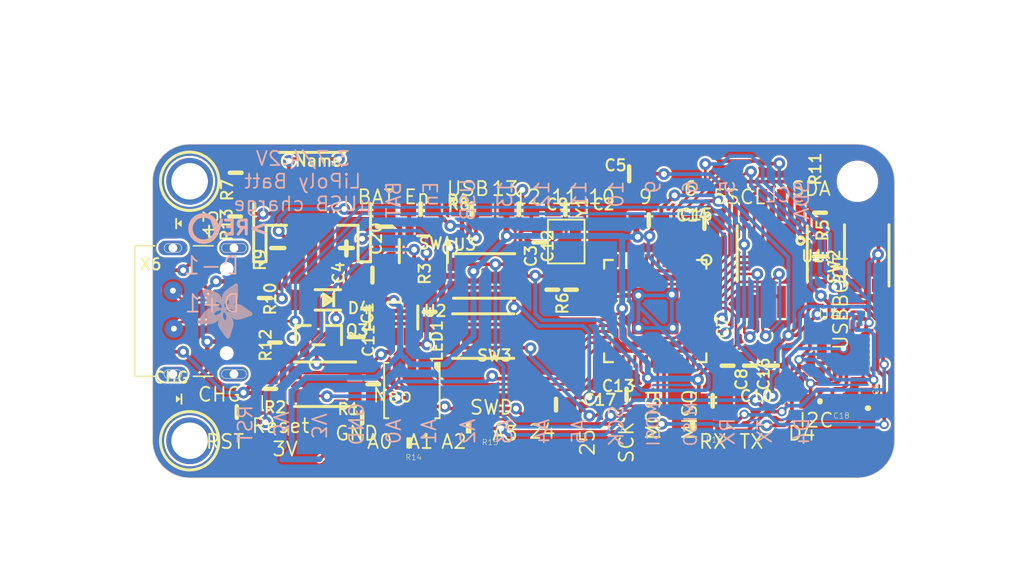
<source format=kicad_pcb>
(kicad_pcb (version 20171130) (host pcbnew "(5.1.10)-1")
  (layers (0 F.Cu signal) (31 B.Cu signal) (34 B.Paste user) (35 F.Paste user) (36 B.SilkS user) (37 F.SilkS user) (38 B.Mask user) (39 F.Mask user) (44 Edge.Cuts user))
  (net 0 "")
  (module QFN24_PAD (layer F.Cu) (at 253.5437 124.4236)
    (fp_text reference U4 (at -1.8 -1.9) (layer F.SilkS) (effects (font (size 0.77216 0.77216) (thickness 0.065024)) (justify left bottom)))
    (fp_text value MPU-9250)
    (pad P$1 smd roundrect (at -0.2 -1.3) (size 0.25 0.3) (layers F.Cu F.Paste F.Mask) (roundrect_rratio 0.375))
    (pad 22 smd rect (at -0.2 -1.55) (size 0.25 0.5) (layers F.Cu F.Paste F.Mask))
    (pad P$3 smd roundrect (at 0.2 -1.3) (size 0.25 0.3) (layers F.Cu F.Paste F.Mask) (roundrect_rratio 0.375))
    (pad 21 smd rect (at 0.2 -1.55) (size 0.25 0.5) (layers F.Cu F.Paste F.Mask))
    (pad P$5 smd roundrect (at 0.6 -1.3) (size 0.25 0.3) (layers F.Cu F.Paste F.Mask) (roundrect_rratio 0.375))
    (pad 20 smd rect (at 0.6 -1.55) (size 0.25 0.5) (layers F.Cu F.Paste F.Mask))
    (pad 19 smd rect (at 1 -1.55) (size 0.25 0.5) (layers F.Cu F.Paste F.Mask))
    (pad 24 smd rect (at -1 -1.55) (size 0.25 0.5) (layers F.Cu F.Paste F.Mask))
    (pad P$11 smd roundrect (at -0.6 -1.3) (size 0.25 0.3) (layers F.Cu F.Paste F.Mask) (roundrect_rratio 0.375))
    (pad 23 smd rect (at -0.6 -1.55) (size 0.25 0.5) (layers F.Cu F.Paste F.Mask))
    (pad P$13 smd roundrect (at 0.325 0) (size 1.1 1.59) (layers F.Cu F.Mask) (roundrect_rratio 0.14))
    (pad P$14 smd rect (at -0.592 -0.512 315) (size 0.3 0.5) (layers F.Cu F.Mask))
    (pad CENTER smd rect (at 0 0) (size 0.25 0.25) (layers F.Cu F.Mask))
    (pad P$15 smd rect (at -0.27 0) (size 0.5 1.59) (layers F.Cu F.Mask))
    (pad DBBADFE smd rect (at -0.675 -0.24) (size 0.4 0.4) (layers F.Cu F.Mask))
    (pad DBBADFE1 smd roundrect (at -0.575 0.195) (size 0.6 1.2) (layers F.Cu F.Mask))
    (pad P$16 smd roundrect (at 0.2 1.3 180) (size 0.25 0.3) (layers F.Cu F.Paste F.Mask) (roundrect_rratio 0.375))
    (pad 10 smd rect (at 0.2 1.55 180) (size 0.25 0.5) (layers F.Cu F.Paste F.Mask))
    (pad P$18 smd roundrect (at -0.2 1.3 180) (size 0.25 0.3) (layers F.Cu F.Paste F.Mask) (roundrect_rratio 0.375))
    (pad 9 smd rect (at -0.2 1.55 180) (size 0.25 0.5) (layers F.Cu F.Paste F.Mask))
    (pad P$20 smd roundrect (at -0.6 1.3 180) (size 0.25 0.3) (layers F.Cu F.Paste F.Mask) (roundrect_rratio 0.375))
    (pad 8 smd rect (at -0.6 1.55 180) (size 0.25 0.5) (layers F.Cu F.Paste F.Mask))
    (pad 7 smd rect (at -1 1.55 180) (size 0.25 0.5) (layers F.Cu F.Paste F.Mask))
    (pad 12 smd rect (at 1 1.55 180) (size 0.25 0.5) (layers F.Cu F.Paste F.Mask))
    (pad P$26 smd roundrect (at 0.6 1.3 180) (size 0.25 0.3) (layers F.Cu F.Paste F.Mask) (roundrect_rratio 0.375))
    (pad 11 smd rect (at 0.6 1.55 180) (size 0.25 0.5) (layers F.Cu F.Paste F.Mask))
    (pad P$28 smd roundrect (at -1.3 0.2 90) (size 0.25 0.3) (layers F.Cu F.Paste F.Mask) (roundrect_rratio 0.375))
    (pad 4 smd rect (at -1.55 0.2 90) (size 0.25 0.5) (layers F.Cu F.Paste F.Mask))
    (pad 3 smd rect (at -1.55 -0.2 90) (size 0.25 0.5) (layers F.Cu F.Paste F.Mask))
    (pad 2 smd rect (at -1.55 -0.6 90) (size 0.25 0.5) (layers F.Cu F.Paste F.Mask))
    (pad 1 smd rect (at -1.55 -1 90) (size 0.25 0.5) (layers F.Cu F.Paste F.Mask))
    (pad 6 smd rect (at -1.55 1 90) (size 0.25 0.5) (layers F.Cu F.Paste F.Mask))
    (pad P$38 smd roundrect (at -1.3 0.6 90) (size 0.25 0.3) (layers F.Cu F.Paste F.Mask) (roundrect_rratio 0.375))
    (pad 5 smd rect (at -1.55 0.6 90) (size 0.25 0.5) (layers F.Cu F.Paste F.Mask))
    (pad P$40 smd roundrect (at 1.3 -0.2 270) (size 0.25 0.3) (layers F.Cu F.Paste F.Mask) (roundrect_rratio 0.375))
    (pad 16 smd rect (at 1.55 -0.2 270) (size 0.25 0.5) (layers F.Cu F.Paste F.Mask))
    (pad P$42 smd roundrect (at 1.3 0.2 270) (size 0.25 0.3) (layers F.Cu F.Paste F.Mask) (roundrect_rratio 0.375))
    (pad 15 smd rect (at 1.55 0.2 270) (size 0.25 0.5) (layers F.Cu F.Paste F.Mask))
    (pad P$44 smd roundrect (at 1.3 0.6 270) (size 0.25 0.3) (layers F.Cu F.Paste F.Mask) (roundrect_rratio 0.375))
    (pad 14 smd rect (at 1.55 0.6 270) (size 0.25 0.5) (layers F.Cu F.Paste F.Mask))
    (pad 13 smd rect (at 1.55 1 270) (size 0.25 0.5) (layers F.Cu F.Paste F.Mask))
    (pad 18 smd rect (at 1.55 -1 270) (size 0.25 0.5) (layers F.Cu F.Paste F.Mask))
    (pad P$50 smd roundrect (at 1.3 -0.6 270) (size 0.25 0.3) (layers F.Cu F.Paste F.Mask) (roundrect_rratio 0.375))
    (pad 17 smd rect (at 1.55 -0.6 270) (size 0.25 0.5) (layers F.Cu F.Paste F.Mask))
    (pad 1$2 smd rect (at -1.25 -1.0235 45) (size 0.1 0.185) (layers F.Cu F.Paste F.Mask))
    (pad 1$4 smd roundrect (at -1.22 -0.945) (size 0.14 0.14) (layers F.Cu F.Paste F.Mask) (roundrect_rratio 0.5))
    (pad 1$5 smd rect (at -1.175 -0.97) (size 0.05 0.05) (layers F.Cu F.Paste F.Mask))
    (pad 1$3 smd rect (at -1.26 -0.94) (size 0.08 0.13) (layers F.Cu F.Paste F.Mask))
    (pad 1$1 smd rect (at -1.32 -1.06) (size 0.08 0.13) (layers F.Cu F.Paste F.Mask))
    (pad P$22 smd rect (at -1.0235 1.25 135) (size 0.1 0.185) (layers F.Cu F.Paste F.Mask))
    (pad P$23 smd roundrect (at -0.945 1.22 90) (size 0.14 0.14) (layers F.Cu F.Paste F.Mask) (roundrect_rratio 0.5))
    (pad P$25 smd rect (at -0.97 1.175 90) (size 0.05 0.05) (layers F.Cu F.Paste F.Mask))
    (pad P$27 smd rect (at -0.94 1.26 90) (size 0.08 0.13) (layers F.Cu F.Paste F.Mask))
    (pad P$29 smd rect (at -1.06 1.32 90) (size 0.08 0.13) (layers F.Cu F.Paste F.Mask))
    (pad P$7 smd rect (at 1.25 1.0235 225) (size 0.1 0.185) (layers F.Cu F.Paste F.Mask))
    (pad P$24 smd roundrect (at 1.22 0.945 180) (size 0.14 0.14) (layers F.Cu F.Paste F.Mask) (roundrect_rratio 0.5))
    (pad P$31 smd rect (at 1.175 0.97 180) (size 0.05 0.05) (layers F.Cu F.Paste F.Mask))
    (pad P$33 smd rect (at 1.26 0.94 180) (size 0.08 0.13) (layers F.Cu F.Paste F.Mask))
    (pad P$34 smd rect (at 1.32 1.06 180) (size 0.08 0.13) (layers F.Cu F.Paste F.Mask))
    (pad P$35 smd rect (at 1.0235 -1.25 315) (size 0.1 0.185) (layers F.Cu F.Paste F.Mask))
    (pad P$36 smd roundrect (at 0.945 -1.22 270) (size 0.14 0.14) (layers F.Cu F.Paste F.Mask) (roundrect_rratio 0.5))
    (pad P$37 smd rect (at 0.97 -1.175 270) (size 0.05 0.05) (layers F.Cu F.Paste F.Mask))
    (pad P$39 smd rect (at 0.94 -1.26 270) (size 0.08 0.13) (layers F.Cu F.Paste F.Mask))
    (pad P$41 smd rect (at 1.06 -1.32 270) (size 0.08 0.13) (layers F.Cu F.Paste F.Mask))
    (pad P$49 smd rect (at 1.0235 1.25 45) (size 0.1 0.185) (layers F.Cu F.Paste F.Mask))
    (pad P$51 smd roundrect (at 0.945 1.22 90) (size 0.14 0.14) (layers F.Cu F.Paste F.Mask) (roundrect_rratio 0.5))
    (pad P$52 smd rect (at 0.97 1.175 90) (size 0.05 0.05) (layers F.Cu F.Paste F.Mask))
    (pad P$53 smd rect (at 0.94 1.26 90) (size 0.08 0.13) (layers F.Cu F.Paste F.Mask))
    (pad P$54 smd rect (at 1.06 1.32 90) (size 0.08 0.13) (layers F.Cu F.Paste F.Mask))
    (pad P$55 smd rect (at 1.25 -1.0235 135) (size 0.1 0.185) (layers F.Cu F.Paste F.Mask))
    (pad P$56 smd roundrect (at 1.22 -0.945 180) (size 0.14 0.14) (layers F.Cu F.Paste F.Mask) (roundrect_rratio 0.5))
    (pad P$57 smd rect (at 1.175 -0.97 180) (size 0.05 0.05) (layers F.Cu F.Paste F.Mask))
    (pad P$58 smd rect (at 1.26 -0.94 180) (size 0.08 0.13) (layers F.Cu F.Paste F.Mask))
    (pad P$59 smd rect (at 1.32 -1.06 180) (size 0.08 0.13) (layers F.Cu F.Paste F.Mask))
    (pad P$60 smd rect (at -1.0235 -1.25 225) (size 0.1 0.185) (layers F.Cu F.Paste F.Mask))
    (pad P$61 smd roundrect (at -0.945 -1.22 270) (size 0.14 0.14) (layers F.Cu F.Paste F.Mask) (roundrect_rratio 0.5))
    (pad P$62 smd rect (at -0.97 -1.175 270) (size 0.05 0.05) (layers F.Cu F.Paste F.Mask))
    (pad P$63 smd rect (at -0.94 -1.26 270) (size 0.08 0.13) (layers F.Cu F.Paste F.Mask))
    (pad P$64 smd rect (at -1.06 -1.32 270) (size 0.08 0.13) (layers F.Cu F.Paste F.Mask))
    (pad P$65 smd rect (at -1.25 1.0235 315) (size 0.1 0.185) (layers F.Cu F.Paste F.Mask))
    (pad P$66 smd roundrect (at -1.22 0.945) (size 0.14 0.14) (layers F.Cu F.Paste F.Mask) (roundrect_rratio 0.5))
    (pad P$67 smd rect (at -1.175 0.97) (size 0.05 0.05) (layers F.Cu F.Paste F.Mask))
    (pad P$68 smd rect (at -1.26 0.94) (size 0.08 0.13) (layers F.Cu F.Paste F.Mask))
    (pad P$69 smd rect (at -1.32 1.06) (size 0.08 0.13) (layers F.Cu F.Paste F.Mask))
    (pad P$2 smd roundrect (at -1.3 -0.2 90) (size 0.25 0.3) (layers F.Cu F.Paste F.Mask) (roundrect_rratio 0.375))
    (pad P$4 smd roundrect (at -1.3 -0.6 90) (size 0.25 0.3) (layers F.Cu F.Paste F.Mask) (roundrect_rratio 0.375))
  )
  (module 0603-RES (layer F.Cu) (at 223.81 130.89 180)
    (fp_text reference R14 (at -0.889 -0.762 180) (layer F.SilkS) (effects (font (size 0.38608 0.38608) (thickness 0.032512)) (justify right top)))
    (fp_text value 10K)
    (pad 1 smd rect (at -0.85 0 180) (size 1.1 1) (layers F.Cu F.Paste F.Mask))
    (pad 2 smd rect (at 0.85 0 180) (size 1.1 1) (layers F.Cu F.Paste F.Mask))
  )
  (module 0603-CAP (layer F.Cu) (at 251.93 128.04 180)
    (fp_text reference C18 (at -0.889 -0.762) (layer F.SilkS) (effects (font (size 0.38608 0.38608) (thickness 0.032512)) (justify left top)))
    (fp_text value 0.1uF)
    (pad 1 smd rect (at -0.85 0 180) (size 1.1 1) (layers F.Cu F.Paste F.Mask))
    (pad 2 smd rect (at 0.85 0 180) (size 1.1 1) (layers F.Cu F.Paste F.Mask))
  )
  (module 0603-CAP (layer F.Cu) (at 255.2201 128.51 270)
    (fp_text reference C6 (at -0.889 -0.762 270) (layer F.SilkS) (effects (font (size 0.38608 0.38608) (thickness 0.032512)) (justify left bottom)))
    (fp_text value 0.1uF)
    (pad 2 smd rect (at 0.85 0 270) (size 1.1 1) (layers F.Cu F.Paste F.Mask))
    (pad 1 smd rect (at -0.85 0 270) (size 1.1 1) (layers F.Cu F.Paste F.Mask))
  )
  (module BTN_KMR2_4.6X2.8 (layer F.Cu) (at 228.94 119.45)
    (fp_text reference SW4 (at -2.032 -1.778 180) (layer F.SilkS) (effects (font (size 0.77216 0.77216) (thickness 0.138988)) (justify right bottom)))
    (fp_text value KMR2)
    (pad A smd rect (at 2.05 -0.8) (size 0.9 0.9) (layers F.Cu F.Paste F.Mask))
    (pad B smd rect (at 2.05 0.8) (size 0.9 0.9) (layers F.Cu F.Paste F.Mask))
    (pad B' smd rect (at -2.05 0.8) (size 0.9 0.9) (layers F.Cu F.Paste F.Mask))
    (pad A' smd rect (at -2.05 -0.8) (size 0.9 0.9) (layers F.Cu F.Paste F.Mask))
  )
  (module 0603-RES (layer F.Cu) (at 243.21 129.68 180)
    (fp_text reference R16 (at -0.889 -0.762) (layer F.SilkS) (effects (font (size 0.38608 0.38608) (thickness 0.032512)) (justify left top)))
    (fp_text value 10K)
    (pad 1 smd rect (at -0.85 0 180) (size 1.1 1) (layers F.Cu F.Paste F.Mask))
    (pad 2 smd rect (at 0.85 0 180) (size 1.1 1) (layers F.Cu F.Paste F.Mask))
  )
  (module 0603-RES (layer F.Cu) (at 227.88 129.86 180)
    (fp_text reference R15 (at -0.889 -0.762) (layer F.SilkS) (effects (font (size 0.38608 0.38608) (thickness 0.032512)) (justify left top)))
    (fp_text value 10K)
    (pad 1 smd rect (at -0.85 0 180) (size 1.1 1) (layers F.Cu F.Paste F.Mask))
    (pad 2 smd rect (at 0.85 0 180) (size 1.1 1) (layers F.Cu F.Paste F.Mask))
  )
  (module QFN56_7MM_REDUCEDEPAD (layer F.Cu) (at 240.6581 121.8536 270)
    (fp_text reference IC1 hide)
    (fp_text value RP2040_QFN56 hide)
    (pad 1 smd rect (at -3.45 -2.6 90) (size 0.875 0.2) (layers F.Cu F.Paste F.Mask))
    (pad 2 smd rect (at -3.45 -2.2 90) (size 0.875 0.2) (layers F.Cu F.Paste F.Mask))
    (pad 3 smd rect (at -3.45 -1.8 90) (size 0.875 0.2) (layers F.Cu F.Paste F.Mask))
    (pad 4 smd rect (at -3.45 -1.4 90) (size 0.875 0.2) (layers F.Cu F.Paste F.Mask))
    (pad 5 smd rect (at -3.45 -1 90) (size 0.875 0.2) (layers F.Cu F.Paste F.Mask))
    (pad 6 smd rect (at -3.45 -0.6 90) (size 0.875 0.2) (layers F.Cu F.Paste F.Mask))
    (pad 7 smd rect (at -3.45 -0.2 90) (size 0.875 0.2) (layers F.Cu F.Paste F.Mask))
    (pad 8 smd rect (at -3.45 0.2 90) (size 0.875 0.2) (layers F.Cu F.Paste F.Mask))
    (pad 9 smd rect (at -3.45 0.6 90) (size 0.875 0.2) (layers F.Cu F.Paste F.Mask))
    (pad 10 smd rect (at -3.45 1 90) (size 0.875 0.2) (layers F.Cu F.Paste F.Mask))
    (pad 11 smd rect (at -3.45 1.4 90) (size 0.875 0.2) (layers F.Cu F.Paste F.Mask))
    (pad 12 smd rect (at -3.45 1.8 90) (size 0.875 0.2) (layers F.Cu F.Paste F.Mask))
    (pad 13 smd rect (at -3.45 2.2 90) (size 0.875 0.2) (layers F.Cu F.Paste F.Mask))
    (pad 14 smd rect (at -3.45 2.6 90) (size 0.875 0.2) (layers F.Cu F.Paste F.Mask))
    (pad 15 smd rect (at -2.6 3.45 180) (size 0.875 0.2) (layers F.Cu F.Paste F.Mask))
    (pad 16 smd rect (at -2.2 3.45 180) (size 0.875 0.2) (layers F.Cu F.Paste F.Mask))
    (pad 17 smd rect (at -1.8 3.45 180) (size 0.875 0.2) (layers F.Cu F.Paste F.Mask))
    (pad 18 smd rect (at -1.4 3.45 180) (size 0.875 0.2) (layers F.Cu F.Paste F.Mask))
    (pad 19 smd rect (at -1 3.45 180) (size 0.875 0.2) (layers F.Cu F.Paste F.Mask))
    (pad 20 smd rect (at -0.6 3.45 180) (size 0.875 0.2) (layers F.Cu F.Paste F.Mask))
    (pad 21 smd rect (at -0.2 3.45 180) (size 0.875 0.2) (layers F.Cu F.Paste F.Mask))
    (pad 22 smd rect (at 0.2 3.45 180) (size 0.875 0.2) (layers F.Cu F.Paste F.Mask))
    (pad 23 smd rect (at 0.6 3.45 180) (size 0.875 0.2) (layers F.Cu F.Paste F.Mask))
    (pad 24 smd rect (at 1 3.45 180) (size 0.875 0.2) (layers F.Cu F.Paste F.Mask))
    (pad 25 smd rect (at 1.4 3.45 180) (size 0.875 0.2) (layers F.Cu F.Paste F.Mask))
    (pad 26 smd rect (at 1.8 3.45 180) (size 0.875 0.2) (layers F.Cu F.Paste F.Mask))
    (pad 27 smd rect (at 2.2 3.45 180) (size 0.875 0.2) (layers F.Cu F.Paste F.Mask))
    (pad 28 smd rect (at 2.6 3.45 180) (size 0.875 0.2) (layers F.Cu F.Paste F.Mask))
    (pad 29 smd rect (at 3.45 2.6 270) (size 0.875 0.2) (layers F.Cu F.Paste F.Mask))
    (pad 30 smd rect (at 3.45 2.2 270) (size 0.875 0.2) (layers F.Cu F.Paste F.Mask))
    (pad 31 smd rect (at 3.45 1.8 270) (size 0.875 0.2) (layers F.Cu F.Paste F.Mask))
    (pad 32 smd rect (at 3.45 1.4 270) (size 0.875 0.2) (layers F.Cu F.Paste F.Mask))
    (pad 33 smd rect (at 3.45 1 270) (size 0.875 0.2) (layers F.Cu F.Paste F.Mask))
    (pad 34 smd rect (at 3.45 0.6 270) (size 0.875 0.2) (layers F.Cu F.Paste F.Mask))
    (pad 35 smd rect (at 3.45 0.2 270) (size 0.875 0.2) (layers F.Cu F.Paste F.Mask))
    (pad 36 smd rect (at 3.45 -0.2 270) (size 0.875 0.2) (layers F.Cu F.Paste F.Mask))
    (pad 37 smd rect (at 3.45 -0.6 270) (size 0.875 0.2) (layers F.Cu F.Paste F.Mask))
    (pad 38 smd rect (at 3.45 -1 270) (size 0.875 0.2) (layers F.Cu F.Paste F.Mask))
    (pad 39 smd rect (at 3.45 -1.4 270) (size 0.875 0.2) (layers F.Cu F.Paste F.Mask))
    (pad 40 smd rect (at 3.45 -1.8 270) (size 0.875 0.2) (layers F.Cu F.Paste F.Mask))
    (pad 41 smd rect (at 3.45 -2.2 270) (size 0.875 0.2) (layers F.Cu F.Paste F.Mask))
    (pad 42 smd rect (at 3.45 -2.6 270) (size 0.875 0.2) (layers F.Cu F.Paste F.Mask))
    (pad 43 smd rect (at 2.6 -3.45) (size 0.875 0.2) (layers F.Cu F.Paste F.Mask))
    (pad 44 smd rect (at 2.2 -3.45) (size 0.875 0.2) (layers F.Cu F.Paste F.Mask))
    (pad 45 smd rect (at 1.8 -3.45) (size 0.875 0.2) (layers F.Cu F.Paste F.Mask))
    (pad 46 smd rect (at 1.4 -3.45) (size 0.875 0.2) (layers F.Cu F.Paste F.Mask))
    (pad 47 smd rect (at 1 -3.45) (size 0.875 0.2) (layers F.Cu F.Paste F.Mask))
    (pad 48 smd rect (at 0.6 -3.45) (size 0.875 0.2) (layers F.Cu F.Paste F.Mask))
    (pad 49 smd rect (at 0.2 -3.45) (size 0.875 0.2) (layers F.Cu F.Paste F.Mask))
    (pad 50 smd rect (at -0.2 -3.45) (size 0.875 0.2) (layers F.Cu F.Paste F.Mask))
    (pad 51 smd rect (at -0.6 -3.45) (size 0.875 0.2) (layers F.Cu F.Paste F.Mask))
    (pad 52 smd rect (at -1 -3.45) (size 0.875 0.2) (layers F.Cu F.Paste F.Mask))
    (pad 53 smd rect (at -1.4 -3.45) (size 0.875 0.2) (layers F.Cu F.Paste F.Mask))
    (pad 54 smd rect (at -1.8 -3.45) (size 0.875 0.2) (layers F.Cu F.Paste F.Mask))
    (pad 55 smd rect (at -2.2 -3.45) (size 0.875 0.2) (layers F.Cu F.Paste F.Mask))
    (pad 56 smd rect (at -2.6 -3.45) (size 0.875 0.2) (layers F.Cu F.Paste F.Mask))
    (pad P$1 smd roundrect (at 0 0 270) (size 3.2 3.2) (layers F.Cu F.Paste F.Mask) (roundrect_rratio 0.05))
  )
  (module LED3535 (layer F.Cu) (at 223.9957 127.3019 270)
    (fp_text reference LED1 (at -1.905 -2.159 90) (layer F.SilkS) (effects (font (size 0.77216 0.77216) (thickness 0.138988)) (justify left bottom)))
    (fp_text value WS2812B3535)
    (pad 1 smd rect (at -1.75 -0.875) (size 0.85 1) (layers F.Cu F.Paste F.Mask))
    (pad 4 smd rect (at 1.75 -0.875) (size 0.85 1) (layers F.Cu F.Paste F.Mask))
    (pad 2 smd rect (at -1.75 0.875) (size 0.85 1) (layers F.Cu F.Paste F.Mask))
    (pad 3 smd rect (at 1.75 0.875) (size 0.85 1) (layers F.Cu F.Paste F.Mask))
  )
  (module BTN_KMR2_4.6X2.8 (layer F.Cu) (at 228.88 123.57 180)
    (fp_text reference SW3 (at -2.032 -1.778) (layer F.SilkS) (effects (font (size 0.77216 0.77216) (thickness 0.138988)) (justify right bottom)))
    (fp_text value KMR2)
    (pad A smd rect (at 2.05 -0.8 180) (size 0.9 0.9) (layers F.Cu F.Paste F.Mask))
    (pad B smd rect (at 2.05 0.8 180) (size 0.9 0.9) (layers F.Cu F.Paste F.Mask))
    (pad B' smd rect (at -2.05 0.8 180) (size 0.9 0.9) (layers F.Cu F.Paste F.Mask))
    (pad A' smd rect (at -2.05 -0.8 180) (size 0.9 0.9) (layers F.Cu F.Paste F.Mask))
  )
  (module 0603-NO (layer F.Cu) (at 251.9376 115.1176 90)
    (fp_text reference R11 (at 1.778 0.127 90) (layer F.SilkS) (effects (font (size 0.77216 0.77216) (thickness 0.138988)) (justify left bottom)))
    (fp_text value 1K)
    (pad 1 smd rect (at -0.85 0 90) (size 1.075 1) (layers F.Cu F.Paste F.Mask))
    (pad 2 smd rect (at 0.85 0 90) (size 1.075 1) (layers F.Cu F.Paste F.Mask))
  )
  (module 0603-NO (layer F.Cu) (at 214.6231 124.0126 90)
    (fp_text reference R10 (at 1.778 0.127 90) (layer F.SilkS) (effects (font (size 0.77216 0.77216) (thickness 0.138988)) (justify left bottom)))
    (fp_text value 27)
    (pad 1 smd rect (at -0.85 0 90) (size 1.075 1) (layers F.Cu F.Paste F.Mask))
    (pad 2 smd rect (at 0.85 0 90) (size 1.075 1) (layers F.Cu F.Paste F.Mask))
  )
  (module 0603-NO (layer F.Cu) (at 233.8636 128.2671)
    (fp_text reference C17 (at 1.778 0.127) (layer F.SilkS) (effects (font (size 0.77216 0.77216) (thickness 0.138988)) (justify left bottom)))
    (fp_text value 1uF)
    (pad 1 smd rect (at -0.85 0) (size 1.075 1) (layers F.Cu F.Paste F.Mask))
    (pad 2 smd rect (at 0.85 0) (size 1.075 1) (layers F.Cu F.Paste F.Mask))
  )
  (module 0603-NO (layer F.Cu) (at 234.8796 120.3931 270)
    (fp_text reference R6 (at 1.778 0.127 90) (layer F.SilkS) (effects (font (size 0.77216 0.77216) (thickness 0.138988)) (justify left bottom)))
    (fp_text value 1K)
    (pad 1 smd rect (at -0.85 0 270) (size 1.075 1) (layers F.Cu F.Paste F.Mask))
    (pad 2 smd rect (at 0.85 0 270) (size 1.075 1) (layers F.Cu F.Paste F.Mask))
  )
  (module 0603-NO (layer F.Cu) (at 234.4986 114.8686)
    (fp_text reference C2 (at 1.778 0.127) (layer F.SilkS) (effects (font (size 0.77216 0.77216) (thickness 0.138988)) (justify left bottom)))
    (fp_text value 22pF)
    (pad 1 smd rect (at -0.85 0) (size 1.075 1) (layers F.Cu F.Paste F.Mask))
    (pad 2 smd rect (at 0.85 0) (size 1.075 1) (layers F.Cu F.Paste F.Mask))
  )
  (module BTN_KMR2_4.6X2.8 (layer F.Cu) (at 255.1361 118.0436 90)
    (fp_text reference SW2 (at -2.032 -1.778 90) (layer F.SilkS) (effects (font (size 0.77216 0.77216) (thickness 0.138988)) (justify left bottom)))
    (fp_text value KMR2)
    (pad A smd rect (at 2.05 -0.8 90) (size 0.9 0.9) (layers F.Cu F.Paste F.Mask))
    (pad B smd rect (at 2.05 0.8 90) (size 0.9 0.9) (layers F.Cu F.Paste F.Mask))
    (pad B' smd rect (at -2.05 0.8 90) (size 0.9 0.9) (layers F.Cu F.Paste F.Mask))
    (pad A' smd rect (at -2.05 -0.8 90) (size 0.9 0.9) (layers F.Cu F.Paste F.Mask))
  )
  (module 0603-NO (layer F.Cu) (at 213.9246 120.9646 90)
    (fp_text reference R9 (at 1.778 0.127 90) (layer F.SilkS) (effects (font (size 0.77216 0.77216) (thickness 0.138988)) (justify left bottom)))
    (fp_text value 27)
    (pad 1 smd rect (at -0.85 0 90) (size 1.075 1) (layers F.Cu F.Paste F.Mask))
    (pad 2 smd rect (at 0.85 0 90) (size 1.075 1) (layers F.Cu F.Paste F.Mask))
  )
  (module 0603-NO (layer F.Cu) (at 232.7206 117.1546 270)
    (fp_text reference C3 (at 1.778 0.127 90) (layer F.SilkS) (effects (font (size 0.77216 0.77216) (thickness 0.138988)) (justify left bottom)))
    (fp_text value 22pF)
    (pad 1 smd rect (at -0.85 0 270) (size 1.075 1) (layers F.Cu F.Paste F.Mask))
    (pad 2 smd rect (at 0.85 0 270) (size 1.075 1) (layers F.Cu F.Paste F.Mask))
  )
  (module 0603-NO (layer F.Cu) (at 247.1351 125.6001 270)
    (fp_text reference C8 (at 1.778 0.127 90) (layer F.SilkS) (effects (font (size 0.77216 0.77216) (thickness 0.138988)) (justify left bottom)))
    (fp_text value 1uF)
    (pad 1 smd rect (at -0.85 0 270) (size 1.075 1) (layers F.Cu F.Paste F.Mask))
    (pad 2 smd rect (at 0.85 0 270) (size 1.075 1) (layers F.Cu F.Paste F.Mask))
  )
  (module 0603-NO (layer F.Cu) (at 245.6111 125.6001 90)
    (fp_text reference C7 (at 1.778 0.127 90) (layer F.SilkS) (effects (font (size 0.77216 0.77216) (thickness 0.138988)) (justify left bottom)))
    (fp_text value 0.1uF)
    (pad 1 smd rect (at -0.85 0 90) (size 1.075 1) (layers F.Cu F.Paste F.Mask))
    (pad 2 smd rect (at 0.85 0 90) (size 1.075 1) (layers F.Cu F.Paste F.Mask))
  )
  (module 0603-NO (layer F.Cu) (at 221.3541 126.8701 90)
    (fp_text reference C11 (at 1.778 0.127 90) (layer F.SilkS) (effects (font (size 0.77216 0.77216) (thickness 0.138988)) (justify left bottom)))
    (fp_text value 0.1uF)
    (pad 1 smd rect (at -0.85 0 90) (size 1.075 1) (layers F.Cu F.Paste F.Mask))
    (pad 2 smd rect (at 0.85 0 90) (size 1.075 1) (layers F.Cu F.Paste F.Mask))
  )
  (module 0603-NO (layer F.Cu) (at 233.6096 120.3931 90)
    (fp_text reference C12 (at 1.778 0.127 90) (layer F.SilkS) (effects (font (size 0.77216 0.77216) (thickness 0.138988)) (justify left bottom)))
    (fp_text value 0.1uF)
    (pad 1 smd rect (at -0.85 0 90) (size 1.075 1) (layers F.Cu F.Paste F.Mask))
    (pad 2 smd rect (at 0.85 0 90) (size 1.075 1) (layers F.Cu F.Paste F.Mask))
  )
  (module 0603-NO (layer F.Cu) (at 238.6896 127.5686 180)
    (fp_text reference C13 (at 1.778 0.127) (layer F.SilkS) (effects (font (size 0.77216 0.77216) (thickness 0.138988)) (justify left bottom)))
    (fp_text value 0.1uF)
    (pad 1 smd rect (at -0.85 0 180) (size 1.075 1) (layers F.Cu F.Paste F.Mask))
    (pad 2 smd rect (at 0.85 0 180) (size 1.075 1) (layers F.Cu F.Paste F.Mask))
  )
  (module 0603-NO (layer F.Cu) (at 228.0851 114.8686 180)
    (fp_text reference R4 (at 1.778 0.127) (layer F.SilkS) (effects (font (size 0.77216 0.77216) (thickness 0.138988)) (justify left bottom)))
    (fp_text value 10K)
    (pad 1 smd rect (at -0.85 0 180) (size 1.075 1) (layers F.Cu F.Paste F.Mask))
    (pad 2 smd rect (at 0.85 0 180) (size 1.075 1) (layers F.Cu F.Paste F.Mask))
  )
  (module 0603-NO (layer F.Cu) (at 220.5921 129.1561 180)
    (fp_text reference R1 (at 1.778 0.127) (layer F.SilkS) (effects (font (size 0.77216 0.77216) (thickness 0.138988)) (justify left bottom)))
    (fp_text value 10K)
    (pad 1 smd rect (at -0.85 0 180) (size 1.075 1) (layers F.Cu F.Paste F.Mask))
    (pad 2 smd rect (at 0.85 0 180) (size 1.075 1) (layers F.Cu F.Paste F.Mask))
  )
  (module 0603-NO (layer F.Cu) (at 214.3056 127.1876 90)
    (fp_text reference R12 (at 1.778 0.127 90) (layer F.SilkS) (effects (font (size 0.77216 0.77216) (thickness 0.138988)) (justify left bottom)))
    (fp_text value 5.1K)
    (pad 1 smd rect (at -0.85 0 90) (size 1.075 1) (layers F.Cu F.Paste F.Mask))
    (pad 2 smd rect (at 0.85 0 90) (size 1.075 1) (layers F.Cu F.Paste F.Mask))
  )
  (module 0603-NO (layer F.Cu) (at 211.8926 115.3766 270)
    (fp_text reference R13 (at 1.778 0.127 90) (layer F.SilkS) (effects (font (size 0.77216 0.77216) (thickness 0.138988)) (justify left bottom)))
    (fp_text value 5.1K)
    (pad 1 smd rect (at -0.85 0 270) (size 1.075 1) (layers F.Cu F.Paste F.Mask))
    (pad 2 smd rect (at 0.85 0 270) (size 1.075 1) (layers F.Cu F.Paste F.Mask))
  )
  (module CRYSTAL_2.5X2 (layer F.Cu) (at 234.5621 117.0911 270)
    (fp_text reference Y1 (at -1.532 -1.528 90) (layer F.SilkS) (effects (font (size 0.77216 0.77216) (thickness 0.138988)) (justify left bottom)))
    (fp_text value 12MHZ)
    (pad 1 smd rect (at -0.825 0.625 270) (size 0.9 0.75) (layers F.Cu F.Paste F.Mask))
    (pad 2 smd rect (at 0.825 0.625 270) (size 0.9 0.75) (layers F.Cu F.Paste F.Mask))
    (pad 3 smd rect (at 0.825 -0.625 270) (size 0.9 0.75) (layers F.Cu F.Paste F.Mask))
    (pad 4 smd rect (at -0.825 -0.625 270) (size 0.9 0.75) (layers F.Cu F.Paste F.Mask))
  )
  (module 0603-NO (layer F.Cu) (at 244.0236 115.8211 180)
    (fp_text reference C15 (at 1.778 0.127) (layer F.SilkS) (effects (font (size 0.77216 0.77216) (thickness 0.138988)) (justify left bottom)))
    (fp_text value 0.1uF)
    (pad 1 smd rect (at -0.85 0 180) (size 1.075 1) (layers F.Cu F.Paste F.Mask))
    (pad 2 smd rect (at 0.85 0 180) (size 1.075 1) (layers F.Cu F.Paste F.Mask))
  )
  (module 0603-NO (layer F.Cu) (at 248.6591 125.6001 270)
    (fp_text reference C16 (at 1.778 0.127 90) (layer F.SilkS) (effects (font (size 0.77216 0.77216) (thickness 0.138988)) (justify left bottom)))
    (fp_text value 0.1uF)
    (pad 1 smd rect (at -0.85 0 270) (size 1.075 1) (layers F.Cu F.Paste F.Mask))
    (pad 2 smd rect (at 0.85 0 270) (size 1.075 1) (layers F.Cu F.Paste F.Mask))
  )
  (module USB_C_CUSB31-CFM2AX-01-X (layer F.Cu) (at 208.8446 121.8536 270)
    (fp_text reference X6 (at -2.75 3.56) (layer F.SilkS) (effects (font (size 0.77216 0.77216) (thickness 0.138988)) (justify left bottom)))
    (fp_text value "USB Type C")
    (fp_line (start -4.62 -2.42) (end -4.62 -3.52) (layer Edge.Cuts) (width 0.05))
    (fp_line (start -4.02 -3.52) (end -4.02 -2.42) (layer Edge.Cuts) (width 0.05))
    (fp_line (start 4.02 -2.42) (end 4.02 -3.52) (layer Edge.Cuts) (width 0.05))
    (fp_line (start 4.62 -3.52) (end 4.62 -2.42) (layer Edge.Cuts) (width 0.05))
    (fp_line (start 4.02 1.51) (end 4.02 0.91) (layer Edge.Cuts) (width 0.05))
    (fp_line (start 4.62 0.91) (end 4.62 1.51) (layer Edge.Cuts) (width 0.05))
    (fp_line (start -4.62 1.51) (end -4.62 0.91) (layer Edge.Cuts) (width 0.05))
    (fp_line (start -4.02 0.91) (end -4.02 1.51) (layer Edge.Cuts) (width 0.05))
    (fp_arc (start -4.32 0.91) (end -4.62 0.91) (angle 90) (layer Edge.Cuts) (width 0.05))
    (fp_arc (start -4.32 0.91) (end -4.32 0.61) (angle 90) (layer Edge.Cuts) (width 0.05))
    (fp_arc (start -4.32 1.51) (end -4.02 1.51) (angle 90) (layer Edge.Cuts) (width 0.05))
    (fp_arc (start -4.32 1.51) (end -4.32 1.81) (angle 90) (layer Edge.Cuts) (width 0.05))
    (fp_arc (start 4.32 0.91) (end 4.02 0.91) (angle 90) (layer Edge.Cuts) (width 0.05))
    (fp_arc (start 4.32 0.91) (end 4.32 0.61) (angle 90) (layer Edge.Cuts) (width 0.05))
    (fp_arc (start 4.32 1.51) (end 4.62 1.51) (angle 90) (layer Edge.Cuts) (width 0.05))
    (fp_arc (start 4.32 1.51) (end 4.32 1.81) (angle 90) (layer Edge.Cuts) (width 0.05))
    (fp_arc (start 4.32 -3.52) (end 4.02 -3.52) (angle 90) (layer Edge.Cuts) (width 0.05))
    (fp_arc (start 4.32 -3.52) (end 4.32 -3.82) (angle 90) (layer Edge.Cuts) (width 0.05))
    (fp_arc (start 4.32 -2.42) (end 4.62 -2.42) (angle 90) (layer Edge.Cuts) (width 0.05))
    (fp_arc (start 4.32 -2.42) (end 4.32 -2.12) (angle 90) (layer Edge.Cuts) (width 0.05))
    (fp_arc (start -4.32 -3.52) (end -4.62 -3.52) (angle 90) (layer Edge.Cuts) (width 0.05))
    (fp_arc (start -4.32 -3.52) (end -4.32 -3.82) (angle 90) (layer Edge.Cuts) (width 0.05))
    (fp_arc (start -4.32 -2.42) (end -4.02 -2.42) (angle 90) (layer Edge.Cuts) (width 0.05))
    (fp_arc (start -4.32 -2.42) (end -4.32 -2.12) (angle 90) (layer Edge.Cuts) (width 0.05))
    (pad A1B12 smd rect (at -3.2 -3.545 270) (size 0.575 1.15) (layers F.Cu F.Paste F.Mask))
    (pad A4B9 smd rect (at -2.4 -3.545 270) (size 0.575 1.15) (layers F.Cu F.Paste F.Mask))
    (pad B8 smd rect (at -1.75 -3.545 270) (size 0.275 1.15) (layers F.Cu F.Paste F.Mask))
    (pad A5 smd rect (at -1.25 -3.545 270) (size 0.275 1.15) (layers F.Cu F.Paste F.Mask))
    (pad B7 smd rect (at -0.75 -3.545 270) (size 0.275 1.15) (layers F.Cu F.Paste F.Mask))
    (pad A6 smd rect (at -0.25 -3.545 270) (size 0.275 1.15) (layers F.Cu F.Paste F.Mask))
    (pad A7 smd rect (at 0.25 -3.545 270) (size 0.275 1.15) (layers F.Cu F.Paste F.Mask))
    (pad B6 smd rect (at 0.75 -3.545 270) (size 0.275 1.15) (layers F.Cu F.Paste F.Mask))
    (pad A8 smd rect (at 1.25 -3.545 270) (size 0.275 1.15) (layers F.Cu F.Paste F.Mask))
    (pad B5 smd rect (at 1.75 -3.545 270) (size 0.275 1.15) (layers F.Cu F.Paste F.Mask))
    (pad B4A9 smd rect (at 2.4 -3.545 270) (size 0.575 1.15) (layers F.Cu F.Paste F.Mask))
    (pad B1A12 smd rect (at 3.2 -3.545 270) (size 0.575 1.15) (layers F.Cu F.Paste F.Mask))
    (pad M3 thru_hole oval (at -4.32 1.21) (size 2 1) (drill 0.6) (layers *.Cu *.Mask))
    (pad M4 thru_hole oval (at 4.32 1.21) (size 2 1) (drill 0.6) (layers *.Cu *.Mask))
    (pad M2 thru_hole oval (at 4.32 -2.97) (size 2 1) (drill 0.6) (layers *.Cu *.Mask))
    (pad M1 thru_hole oval (at -4.32 -2.97) (size 2 1) (drill 0.6) (layers *.Cu *.Mask))
    (pad "" np_thru_hole circle (at 2.89 -2.47 270) (size 0.65 0.65) (drill 0.65) (layers *.Cu *.Mask))
    (pad "" np_thru_hole circle (at -2.89 -2.47 270) (size 0.65 0.65) (drill 0.65) (layers *.Cu *.Mask))
  )
  (module 0603-NO (layer F.Cu) (at 240.2136 115.6306)
    (fp_text reference C14 (at 1.778 0.127) (layer F.SilkS) (effects (font (size 0.77216 0.77216) (thickness 0.138988)) (justify left bottom)))
    (fp_text value 0.1uF)
    (pad 1 smd rect (at -0.85 0) (size 1.075 1) (layers F.Cu F.Paste F.Mask))
    (pad 2 smd rect (at 0.85 0) (size 1.075 1) (layers F.Cu F.Paste F.Mask))
  )
  (module B1,27 (layer B.Cu) (at 207.6381 120.4566 180)
    (fp_text reference D-1 (at -0.635 1.016) (layer B.SilkS) (effects (font (size 1.2065 1.2065) (thickness 0.12065)) (justify right bottom mirror)))
    (fp_text value TPB1,27)
    (pad TP smd roundrect (at 0 0 180) (size 1.27 1.27) (layers B.Cu B.Mask) (roundrect_rratio 0.5))
  )
  (module B1,27 (layer B.Cu) (at 207.7016 123.0601 180)
    (fp_text reference D+1 (at -0.635 1.016) (layer B.SilkS) (effects (font (size 1.2065 1.2065) (thickness 0.12065)) (justify right bottom mirror)))
    (fp_text value TPB1,27)
    (pad TP smd roundrect (at 0 0 180) (size 1.27 1.27) (layers B.Cu B.Mask) (roundrect_rratio 0.5))
  )
  (module SOT23-R (layer F.Cu) (at 217.6076 123.5046)
    (fp_text reference Q3 (at 1.778 0.127) (layer F.SilkS) (effects (font (size 0.77216 0.77216) (thickness 0.138988)) (justify left bottom)))
    (fp_text value DMG341)
    (pad 3 smd rect (at 0 -1) (size 0.635 1.016) (layers F.Cu F.Paste F.Mask))
    (pad 2 smd rect (at 0.95 1) (size 0.635 1.016) (layers F.Cu F.Paste F.Mask))
    (pad 1 smd rect (at -0.95 1) (size 0.635 1.016) (layers F.Cu F.Paste F.Mask))
  )
  (module ADAFRUIT_3.5MM (layer B.Cu) (at 209.2891 119.9486)
    (fp_text reference U$12 hide)
    (fp_text value "" hide)
  )
  (module CHIPLED_0603_NOOUTLINE (layer F.Cu) (at 208.0191 127.8861 270)
    (fp_text reference CHG (at -1.016 1.778) (layer F.SilkS) (effects (font (size 0.77216 0.77216) (thickness 0.138988)) (justify left bottom)))
    (fp_text value ORANGE)
    (pad C smd rect (at 0 -0.75 270) (size 0.8 0.8) (layers F.Cu F.Paste F.Mask))
    (pad A smd rect (at 0 0.75 270) (size 0.8 0.8) (layers F.Cu F.Paste F.Mask))
  )
  (module SOD-123 (layer F.Cu) (at 218.2426 121.0916 180)
    (fp_text reference D4 (at -1.27 -1.016) (layer F.SilkS) (effects (font (size 0.77216 0.77216) (thickness 0.138988)) (justify left bottom)))
    (fp_text value MBR540)
    (pad C smd rect (at -1.85 0 270) (size 1.4 1.4) (layers F.Cu F.Paste F.Mask))
    (pad A smd rect (at 1.85 0 270) (size 1.4 1.4) (layers F.Cu F.Paste F.Mask))
  )
  (module 0603-NO (layer F.Cu) (at 224.5926 114.8686)
    (fp_text reference R8 (at 1.778 0.127) (layer F.SilkS) (effects (font (size 0.77216 0.77216) (thickness 0.138988)) (justify left bottom)))
    (fp_text value 5.1K)
    (pad 1 smd rect (at -0.85 0) (size 1.075 1) (layers F.Cu F.Paste F.Mask))
    (pad 2 smd rect (at 0.85 0) (size 1.075 1) (layers F.Cu F.Paste F.Mask))
  )
  (module 0603-NO (layer F.Cu) (at 212.0069 128.7751)
    (fp_text reference R2 (at 1.778 0.127) (layer F.SilkS) (effects (font (size 0.77216 0.77216) (thickness 0.138988)) (justify left bottom)))
    (fp_text value 10K)
    (pad 1 smd rect (at -0.85 0) (size 1.075 1) (layers F.Cu F.Paste F.Mask))
    (pad 2 smd rect (at 0.85 0) (size 1.075 1) (layers F.Cu F.Paste F.Mask))
  )
  (module 0603-NO (layer F.Cu) (at 244.587393 128.005397)
    (fp_text reference C10 (at 1.778 0.126997) (layer F.SilkS) (effects (font (size 0.77216 0.77216) (thickness 0.138988)) (justify left bottom)))
    (fp_text value 1uF)
    (pad 1 smd rect (at -0.85 0) (size 1.075 1) (layers F.Cu F.Paste F.Mask))
    (pad 2 smd rect (at 0.85 0) (size 1.075 1) (layers F.Cu F.Paste F.Mask))
  )
  (module 0603-NO (layer F.Cu) (at 231.3236 114.8813)
    (fp_text reference C9 (at 1.778 0.127) (layer F.SilkS) (effects (font (size 0.77216 0.77216) (thickness 0.138988)) (justify left bottom)))
    (fp_text value 0.1uF)
    (pad 1 smd rect (at -0.85 0) (size 1.075 1) (layers F.Cu F.Paste F.Mask))
    (pad 2 smd rect (at 0.85 0) (size 1.075 1) (layers F.Cu F.Paste F.Mask))
  )
  (module 0603-NO (layer F.Cu) (at 251.9249 118.1148 270)
    (fp_text reference R5 (at -0.9525 -0.635 90) (layer F.SilkS) (effects (font (size 0.77216 0.77216) (thickness 0.138988)) (justify left bottom)))
    (fp_text value 10K)
    (pad 1 smd rect (at -0.85 0 270) (size 1.075 1) (layers F.Cu F.Paste F.Mask))
    (pad 2 smd rect (at 0.85 0 270) (size 1.075 1) (layers F.Cu F.Paste F.Mask))
  )
  (module PCBFEAT-REV-040 (layer B.Cu) (at 209.7336 116.2021 180)
    (fp_text reference U$13 hide)
    (fp_text value "" hide)
    (fp_text user >REV (at -0.3556 -0.508 180) (layer B.SilkS) (effects (font (size 0.9652 0.9652) (thickness 0.2032)) (justify right bottom mirror)))
  )
  (module 0805-NO (layer F.Cu) (at 238.87 112.45 180)
    (fp_text reference C5 (at 1.778 0.127) (layer F.SilkS) (effects (font (size 0.77216 0.77216) (thickness 0.138988)) (justify left bottom)))
    (fp_text value 10uF)
    (pad 1 smd rect (at -0.95 0 180) (size 1.24 1.5) (layers F.Cu F.Paste F.Mask))
    (pad 2 smd rect (at 0.95 0 180) (size 1.24 1.5) (layers F.Cu F.Paste F.Mask))
  )
  (module 0603-NO (layer F.Cu) (at 225.2022 121.9171 90)
    (fp_text reference R3 (at 1.778 0.127 90) (layer F.SilkS) (effects (font (size 0.77216 0.77216) (thickness 0.138988)) (justify left bottom)))
    (fp_text value 10K)
    (pad 1 smd rect (at -0.85 0 90) (size 1.075 1) (layers F.Cu F.Paste F.Mask))
    (pad 2 smd rect (at 0.85 0 90) (size 1.075 1) (layers F.Cu F.Paste F.Mask))
  )
  (module SOIC8_208MIL (layer F.Cu) (at 248.665 117.915 180)
    (fp_text reference U1 (at -1.905 -0.635) (layer F.SilkS) (effects (font (size 0.77216 0.77216) (thickness 0.138988)) (justify left bottom)))
    (fp_text value "2MB Flash")
    (pad 2 smd rect (at -0.635 3.315 180) (size 0.6 2.2) (layers F.Cu F.Paste F.Mask))
    (pad 7 smd rect (at -0.635 -3.315 180) (size 0.6 2.2) (layers F.Cu F.Paste F.Mask))
    (pad 1 smd rect (at -1.905 3.315 180) (size 0.6 2.2) (layers F.Cu F.Paste F.Mask))
    (pad 3 smd rect (at 0.635 3.315 180) (size 0.6 2.2) (layers F.Cu F.Paste F.Mask))
    (pad 4 smd rect (at 1.905 3.315 180) (size 0.6 2.2) (layers F.Cu F.Paste F.Mask))
    (pad 8 smd rect (at -1.905 -3.315 180) (size 0.6 2.2) (layers F.Cu F.Paste F.Mask))
    (pad 6 smd rect (at 0.635 -3.315 180) (size 0.6 2.2) (layers F.Cu F.Paste F.Mask))
    (pad 5 smd rect (at 1.905 -3.315 180) (size 0.6 2.2) (layers F.Cu F.Paste F.Mask))
  )
  (module 0805-NO (layer F.Cu) (at 222.1161 116.0751 270)
    (fp_text reference C20 (at 2.032 0.127 90) (layer F.SilkS) (effects (font (size 0.77216 0.77216) (thickness 0.138988)) (justify left bottom)))
    (fp_text value 10µF)
    (pad 1 smd rect (at -0.95 0 270) (size 1.24 1.5) (layers F.Cu F.Paste F.Mask))
    (pad 2 smd rect (at 0.95 0 270) (size 1.24 1.5) (layers F.Cu F.Paste F.Mask))
  )
  (module SOT23-5@1 (layer F.Cu) (at 222.7511 122.2981)
    (fp_text reference U2 (at 1.978 0) (layer F.SilkS) (effects (font (size 0.77216 0.77216) (thickness 0.138988)) (justify left bottom)))
    (fp_text value AP2112-3.3)
    (pad 1 smd rect (at -0.95 1.3001) (size 0.55 1.2) (layers F.Cu F.Paste F.Mask))
    (pad 2 smd rect (at 0 1.3001) (size 0.55 1.2) (layers F.Cu F.Paste F.Mask))
    (pad 3 smd rect (at 0.95 1.3001) (size 0.55 1.2) (layers F.Cu F.Paste F.Mask))
    (pad 4 smd rect (at 0.95 -1.3001) (size 0.55 1.2) (layers F.Cu F.Paste F.Mask))
    (pad 5 smd rect (at -0.95 -1.3001) (size 0.55 1.2) (layers F.Cu F.Paste F.Mask))
  )
  (module MOUNTINGHOLE_2.5_PLATED (layer F.Cu) (at 208.7811 130.7436 270)
    (fp_text reference U$32 hide)
    (fp_text value MOUNTINGHOLE2.5 hide)
    (pad P$1 thru_hole circle (at 0 0 270) (size 3.2 3.2) (drill 2.5) (layers *.Cu *.Mask))
  )
  (module BTN_KMR2_4.6X2.8 (layer F.Cu) (at 218.0521 126.8701 180)
    (fp_text reference SW1 hide)
    (fp_text value KMR2 hide)
    (pad A smd rect (at 2.05 -0.8 180) (size 0.9 0.9) (layers F.Cu F.Paste F.Mask))
    (pad B smd rect (at 2.05 0.8 180) (size 0.9 0.9) (layers F.Cu F.Paste F.Mask))
    (pad B' smd rect (at -2.05 0.8 180) (size 0.9 0.9) (layers F.Cu F.Paste F.Mask))
    (pad A' smd rect (at -2.05 -0.8 180) (size 0.9 0.9) (layers F.Cu F.Paste F.Mask))
  )
  (module FIDUCIAL_1MM (layer F.Cu) (at 217.0361 112.8366 270)
    (fp_text reference U$34 hide)
    (fp_text value FIDUCIAL_1MM hide)
    (pad 1 smd roundrect (at 0 0 270) (size 1 1) (layers F.Cu F.Mask) (roundrect_rratio 0.5))
  )
  (module 0805-NO (layer F.Cu) (at 220.1876 123.6366 270)
    (fp_text reference C1 (at -0.7875 -1.22 90) (layer F.SilkS) (effects (font (size 0.77216 0.77216) (thickness 0.138988)) (justify left bottom)))
    (fp_text value 10µF)
    (pad 1 smd rect (at -0.95 0 270) (size 1.24 1.5) (layers F.Cu F.Paste F.Mask))
    (pad 2 smd rect (at 0.95 0 270) (size 1.24 1.5) (layers F.Cu F.Paste F.Mask))
  )
  (module CHIPLED_0603_NOOUTLINE (layer F.Cu) (at 208.0606 115.8611 90)
    (fp_text reference L (at -1.016 1.778) (layer F.SilkS) (effects (font (size 0.77216 0.77216) (thickness 0.138988)) (justify left bottom)))
    (fp_text value RED)
    (pad C smd rect (at 0 -0.75 90) (size 0.8 0.8) (layers F.Cu F.Paste F.Mask))
    (pad A smd rect (at 0 0.75 90) (size 0.8 0.8) (layers F.Cu F.Paste F.Mask))
  )
  (module 0805-NO (layer F.Cu) (at 221.2941 119.3921 180)
    (fp_text reference C4 (at 1.87 -0.6875 90) (layer F.SilkS) (effects (font (size 0.77216 0.77216) (thickness 0.138988)) (justify left bottom)))
    (fp_text value 10µF)
    (pad 1 smd rect (at -0.95 0 180) (size 1.24 1.5) (layers F.Cu F.Paste F.Mask))
    (pad 2 smd rect (at 0.95 0 180) (size 1.24 1.5) (layers F.Cu F.Paste F.Mask))
  )
  (module SOT23-5 (layer F.Cu) (at 224.7831 117.7515)
    (fp_text reference U3 (at 1.978 0) (layer F.SilkS) (effects (font (size 0.77216 0.77216) (thickness 0.138988)) (justify left bottom)))
    (fp_text value MCP73831T-2ACI/OT)
    (pad 1 smd rect (at -0.95 1.3001) (size 0.55 1.2) (layers F.Cu F.Paste F.Mask))
    (pad 2 smd rect (at 0 1.3001) (size 0.55 1.2) (layers F.Cu F.Paste F.Mask))
    (pad 3 smd rect (at 0.95 1.3001) (size 0.55 1.2) (layers F.Cu F.Paste F.Mask))
    (pad 4 smd rect (at 0.95 -1.3001) (size 0.55 1.2) (layers F.Cu F.Paste F.Mask))
    (pad 5 smd rect (at -0.95 -1.3001) (size 0.55 1.2) (layers F.Cu F.Paste F.Mask))
  )
  (module 0603-NO (layer F.Cu) (at 211.9307 112.3794 270)
    (fp_text reference R7 (at 2.032 0.127 90) (layer F.SilkS) (effects (font (size 0.77216 0.77216) (thickness 0.138988)) (justify left bottom)))
    (fp_text value 10K)
    (pad 1 smd rect (at -0.85 0 270) (size 1.075 1) (layers F.Cu F.Paste F.Mask))
    (pad 2 smd rect (at 0.85 0 270) (size 1.075 1) (layers F.Cu F.Paste F.Mask))
  )
  (module JSTPH2_BATT (layer F.Cu) (at 217.1631 113.9796)
    (fp_text reference X1 hide)
    (fp_text value JSTPH hide)
    (fp_text user >Name (at -2.2225 -1.9685) (layer F.SilkS) (effects (font (size 0.77216 0.77216) (thickness 0.146304)) (justify left bottom)))
    (pad 1 smd rect (at -1 3.7) (size 1 4.6) (layers F.Cu F.Paste F.Mask))
    (pad 2 smd rect (at 1 3.7) (size 1 4.6) (layers F.Cu F.Paste F.Mask))
    (pad NC1 smd rect (at -3.4 -1.5 90) (size 3.4 1.6) (layers F.Cu F.Paste F.Mask))
    (pad NC2 smd rect (at 3.4 -1.5 90) (size 3.4 1.6) (layers F.Cu F.Paste F.Mask))
  )
  (module MOUNTINGHOLE_2.5_PLATED (layer F.Cu) (at 208.7811 112.9636 270)
    (fp_text reference U$31 hide)
    (fp_text value MOUNTINGHOLE2.5 hide)
    (pad P$1 thru_hole circle (at 0 0 270) (size 3.2 3.2) (drill 2.5) (layers *.Cu *.Mask))
  )
  (module "" (layer F.Cu) (at 254.5011 112.9636)
    (fp_text reference @HOLE0 hide)
    (fp_text value "" (at 0 0) (layer F.SilkS) (effects (font (size 1.27 1.27))))
    (pad "" np_thru_hole circle (at 0 0) (size 2.54 2.54) (drill 2.54) (layers *.Cu *.Mask))
  )
  (gr_line (start 206.2411 112.9636) (end 206.2411 130.7436) (layer Edge.Cuts) (width 0.05))
  (gr_arc (start 208.7811 112.9636) (end 208.7811 110.4236) (angle -90) (layer Edge.Cuts) (width 0.05))
  (gr_line (start 254.5011 110.4236) (end 208.7811 110.4236) (layer Edge.Cuts) (width 0.05))
  (gr_arc (start 254.5011 112.9636) (end 257.0411 112.9636) (angle -90) (layer Edge.Cuts) (width 0.05))
  (gr_line (start 257.0411 130.7436) (end 257.0411 112.9636) (layer Edge.Cuts) (width 0.05))
  (gr_line (start 208.7811 133.2836) (end 254.5011 133.2836) (layer Edge.Cuts) (width 0.05))
  (gr_arc (start 254.5011 130.7436) (end 254.5011 133.2836) (angle -90) (layer Edge.Cuts) (width 0.05))
  (gr_arc (start 208.7811 130.7436) (end 206.2411 130.7436) (angle -90) (layer Edge.Cuts) (width 0.05))
  (gr_text 3V (at 217.6076 129.7276 -90) (layer B.SilkS) (effects (font (size 0.9652 0.9652) (thickness 0.12192)) (justify mirror)))
  (gr_text I2C (at 252.939 128.7751) (layer F.SilkS) (effects (font (size 0.9652 0.9652) (thickness 0.12192)) (justify right top)))
  (gr_text USBBOOT (at 252.7866 117.8277 90) (layer F.SilkS) (effects (font (size 0.9652 0.9652) (thickness 0.12192)) (justify right top)))
  (gr_text 13 (at 210.2416 115.8211 90) (layer F.SilkS) (effects (font (size 0.9652 0.9652) (thickness 0.12192))))
  (gr_text "" (at 217.6711 130.2356) (layer F.SilkS) (effects (font (size 0.9652 0.9652) (thickness 0.12192)) (justify right top)))
  (gr_text "3.7/4.2V\nLiPoly Batt\nµUSB charge" (at 216.5281 112.9636) (layer B.SilkS) (effects (font (size 0.9652 0.9652) (thickness 0.12192)) (justify mirror)))
  (gr_text 13 (at 230.3711 113.4716) (layer F.SilkS) (effects (font (size 0.9652 0.9652) (thickness 0.12192))))
  (gr_text 24 (at 232.9111 130.1086) (layer F.SilkS) (effects (font (size 0.9652 0.9652) (thickness 0.12192))))
  (gr_text 12 (at 232.9111 113.8526 -270) (layer B.SilkS) (effects (font (size 0.9652 0.9652) (thickness 0.12192)) (justify mirror)))
  (gr_text SCL (at 248.1511 113.3446) (layer B.SilkS) (effects (font (size 0.9652 0.9652) (thickness 0.12192)) (justify right top mirror)))
  (gr_text CHG (at 210.8131 127.5686) (layer F.SilkS) (effects (font (size 0.9652 0.9652) (thickness 0.12192))))
  (gr_text SCK (at 238.1181 129.3466 90) (layer F.SilkS) (effects (font (size 0.9652 0.9652) (thickness 0.12192)) (justify right top)))
  (gr_text GND (at 220.2111 130.2356) (layer F.SilkS) (effects (font (size 0.9652 0.9652) (thickness 0.12192))))
  (gr_text 9 (at 240.5311 113.4716) (layer F.SilkS) (effects (font (size 0.9652 0.9652) (thickness 0.12192)) (justify right top)))
  (gr_text SCL (at 248.2781 113.4716) (layer F.SilkS) (effects (font (size 0.9652 0.9652) (thickness 0.12192)) (justify right top)))
  (gr_text MISO (at 243.0076 128.9656 90) (layer F.SilkS) (effects (font (size 0.9652 0.9652) (thickness 0.12192))))
  (gr_text RST (at 212.5911 130.2356) (layer F.SilkS) (effects (font (size 0.9652 0.9652) (thickness 0.12192)) (justify right top)))
  (gr_text A0 (at 222.7511 130.2356) (layer F.SilkS) (effects (font (size 0.9652 0.9652) (thickness 0.12192)) (justify right top)))
  (gr_text A1 (at 225.5451 130.2356) (layer F.SilkS) (effects (font (size 0.9652 0.9652) (thickness 0.12192)) (justify right top)))
  (gr_text Reset (at 217.0615 129.1561) (layer F.SilkS) (effects (font (size 0.9652 0.9652) (thickness 0.12192)) (justify right top)))
  (gr_text TX (at 248.1511 130.2356) (layer F.SilkS) (effects (font (size 0.9652 0.9652) (thickness 0.12192)) (justify right top)))
  (gr_text SCK (at 237.9911 129.7276 -270) (layer B.SilkS) (effects (font (size 0.9652 0.9652) (thickness 0.12192)) (justify mirror)))
  (gr_text En (at 225.2911 113.8526 -270) (layer B.SilkS) (effects (font (size 0.9652 0.9652) (thickness 0.12192)) (justify mirror)))
  (gr_text 6 (at 243.0711 113.3446 -270) (layer B.SilkS) (effects (font (size 0.9652 0.9652) (thickness 0.12192)) (justify mirror)))
  (gr_text TX (at 248.1511 130.1086 -270) (layer B.SilkS) (effects (font (size 0.9652 0.9652) (thickness 0.12192)) (justify mirror)))
  (gr_text SWD (at 229.4567 128.4576) (layer F.SilkS) (effects (font (size 0.9652 0.9652) (thickness 0.12192))))
  (gr_text 11 (at 235.4511 113.4716) (layer F.SilkS) (effects (font (size 0.9652 0.9652) (thickness 0.12192)) (justify right top)))
  (gr_text Neo (at 224.11 127.0606) (layer F.SilkS) (effects (font (size 0.9652 0.9652) (thickness 0.12192)) (justify right top)))
  (gr_text 25 (at 235.4511 129.8546 90) (layer F.SilkS) (effects (font (size 0.9652 0.9652) (thickness 0.12192)) (justify right top)))
  (gr_text D4 (at 250.6911 130.1086 -270) (layer B.SilkS) (effects (font (size 0.9652 0.9652) (thickness 0.12192)) (justify mirror)))
  (gr_text GND (at 220.2111 129.6006 -270) (layer B.SilkS) (effects (font (size 0.9652 0.9652) (thickness 0.12192)) (justify mirror)))
  (gr_text RX (at 245.6111 130.1086 -270) (layer B.SilkS) (effects (font (size 0.9652 0.9652) (thickness 0.12192)) (justify mirror)))
  (gr_text MISO (at 243.0711 129.6006 -270) (layer B.SilkS) (effects (font (size 0.84455 0.84455) (thickness 0.10668)) (justify mirror)))
  (gr_text MOSI (at 240.5311 129.6006 -270) (layer B.SilkS) (effects (font (size 0.84455 0.84455) (thickness 0.10668)) (justify mirror)))
  (gr_text A0 (at 222.7511 130.1086 -270) (layer B.SilkS) (effects (font (size 0.9652 0.9652) (thickness 0.12192)) (justify mirror)))
  (gr_text 12 (at 232.9111 113.4716) (layer F.SilkS) (effects (font (size 0.9652 0.9652) (thickness 0.12192)) (justify right top)))
  (gr_text 10 (at 237.9911 113.4716) (layer F.SilkS) (effects (font (size 0.9652 0.9652) (thickness 0.12192)) (justify right top)))
  (gr_text 3V (at 216.2741 130.7436) (layer F.SilkS) (effects (font (size 0.9652 0.9652) (thickness 0.12192)) (justify right top)))
  (gr_text A1 (at 225.1641 130.1086 -270) (layer B.SilkS) (effects (font (size 0.9652 0.9652) (thickness 0.12192)) (justify mirror)))
  (gr_text A2 (at 227.8311 130.1086 -270) (layer B.SilkS) (effects (font (size 0.9652 0.9652) (thickness 0.12192)) (justify mirror)))
  (gr_text A3 (at 230.3711 130.1086 -270) (layer B.SilkS) (effects (font (size 0.9652 0.9652) (thickness 0.12192)) (justify mirror)))
  (gr_text A2 (at 227.8311 130.2356) (layer F.SilkS) (effects (font (size 0.9652 0.9652) (thickness 0.12192)) (justify right top)))
  (gr_text A4 (at 232.9111 130.1086 -270) (layer B.SilkS) (effects (font (size 0.9652 0.9652) (thickness 0.12192)) (justify mirror)))
  (gr_text 6 (at 243.0711 113.4716) (layer F.SilkS) (effects (font (size 0.9652 0.9652) (thickness 0.12192))))
  (gr_text A5 (at 235.4511 130.1086 -270) (layer B.SilkS) (effects (font (size 0.9652 0.9652) (thickness 0.12192)) (justify mirror)))
  (gr_text 11 (at 235.4511 113.8526 -270) (layer B.SilkS) (effects (font (size 0.9652 0.9652) (thickness 0.12192)) (justify mirror)))
  (gr_text RX (at 245.6111 130.2356) (layer F.SilkS) (effects (font (size 0.9652 0.9652) (thickness 0.12192)) (justify right top)))
  (gr_text A3 (at 230.3711 130.2356) (layer F.SilkS) (effects (font (size 0.9652 0.9652) (thickness 0.12192))))
  (gr_text 13 (at 230.3711 113.8526 -270) (layer B.SilkS) (effects (font (size 0.9652 0.9652) (thickness 0.12192)) (justify mirror)))
  (gr_text 5 (at 245.6111 113.3446 -270) (layer B.SilkS) (effects (font (size 0.9652 0.9652) (thickness 0.12192)) (justify mirror)))
  (gr_text En (at 225.2911 113.4716) (layer F.SilkS) (effects (font (size 0.9652 0.9652) (thickness 0.12192)) (justify right top)))
  (gr_text 3V (at 215.0041 129.6006 -90) (layer B.SilkS) (effects (font (size 0.9652 0.9652) (thickness 0.12192)) (justify mirror)))
  (gr_text RST (at 212.5911 129.6006 -270) (layer B.SilkS) (effects (font (size 0.9652 0.9652) (thickness 0.12192)) (justify mirror)))
  (gr_text 5 (at 245.6111 113.4716) (layer F.SilkS) (effects (font (size 0.9652 0.9652) (thickness 0.12192)) (justify right top)))
  (gr_text BAT (at 222.7511 114.2336 -270) (layer B.SilkS) (effects (font (size 0.9652 0.9652) (thickness 0.12192)) (justify mirror)))
  (gr_text MOSI (at 240.5311 128.9656 90) (layer F.SilkS) (effects (font (size 0.9652 0.9652) (thickness 0.12192))))
  (gr_text BAT (at 222.8781 113.4716) (layer F.SilkS) (effects (font (size 0.9652 0.9652) (thickness 0.12192)) (justify right top)))
  (gr_text SDA (at 250.6911 114.2336 -270) (layer B.SilkS) (effects (font (size 0.9652 0.9652) (thickness 0.12192)) (justify mirror)))
  (gr_text D4 (at 250.6911 130.2356) (layer F.SilkS) (effects (font (size 0.9652 0.9652) (thickness 0.12192))))
  (gr_text USB (at 227.8311 113.4716) (layer F.SilkS) (effects (font (size 0.9652 0.9652) (thickness 0.12192))))
  (gr_text 9 (at 240.5311 113.3446 -270) (layer B.SilkS) (effects (font (size 0.9652 0.9652) (thickness 0.12192)) (justify mirror)))
  (gr_text 10 (at 237.9911 113.8526 -270) (layer B.SilkS) (effects (font (size 0.9652 0.9652) (thickness 0.12192)) (justify mirror)))
  (gr_text SDA (at 251.3261 113.4716) (layer F.SilkS) (effects (font (size 0.9652 0.9652) (thickness 0.12192))))
  (gr_text USB (at 227.8311 114.2336 -270) (layer B.SilkS) (effects (font (size 0.9652 0.9652) (thickness 0.12192)) (justify mirror)))
  (segment (start 222.6876 123.6617) (end 222.6876 124.4237) (width 0.3048) (layer F.Cu) (net 0))
  (segment (start 216.0021 126.0701) (end 216.0021 126.2606) (width 0.3048) (layer F.Cu) (net 0))
  (segment (start 216.0021 126.2606) (end 214.8013 127.4614) (width 0.3048) (layer F.Cu) (net 0))
  (segment (start 222.7511 123.5982) (end 222.6876 123.6617) (width 0.3048) (layer F.Cu) (net 0))
  (segment (start 237.2081 120.8536) (end 238.3511 120.8536) (width 0.1778) (layer F.Cu) (net 0))
  (segment (start 222.4336 124.6777) (end 221.8875 124.6777) (width 0.3048) (layer F.Cu) (net 0))
  (segment (start 221.8875 124.8127) (end 221.8875 124.6777) (width 0.3048) (layer F.Cu) (net 0))
  (segment (start 214.8013 127.4614) (end 212.4641 127.4614) (width 0.3048) (layer F.Cu) (net 0))
  (segment (start 222.6876 124.4237) (end 222.4336 124.6777) (width 0.3048) (layer F.Cu) (net 0))
  (segment (start 240.6581 121.8536) (end 240.5692 121.8536) (width 0.3048) (layer F.Cu) (net 0))
  (segment (start 238.4179 120.7868) (end 239.5024 120.7868) (width 0.3048) (layer F.Cu) (net 0))
  (segment (start 240.5692 121.8536) (end 239.5024 120.7868) (width 0.3048) (layer F.Cu) (net 0))
  (segment (start 212.3896 125.0536) (end 212.6161 125.0536) (width 0.3048) (layer F.Cu) (net 0))
  (segment (start 213.2528 125.6903) (end 213.2528 126.6727) (width 0.3048) (layer F.Cu) (net 0))
  (segment (start 238.4179 120.7868) (end 238.3511 120.8536) (width 0.3048) (layer F.Cu) (net 0))
  (segment (start 213.2528 126.6727) (end 212.4641 127.4614) (width 0.3048) (layer F.Cu) (net 0))
  (segment (start 212.6161 125.0536) (end 213.2528 125.6903) (width 0.3048) (layer F.Cu) (net 0))
  (via (at 217.4806 125.4731) (size 0.8064) (drill 0.4) (layers F.Cu B.Cu) (net 0))
  (via (at 221.8875 124.8127) (size 0.8064) (drill 0.4) (layers F.Cu B.Cu) (net 0))
  (via (at 220.5921 116.9006) (size 0.8064) (drill 0.4) (layers F.Cu B.Cu) (net 0))
  (via (at 212.4641 127.4416) (size 0.8064) (drill 0.4) (layers F.Cu B.Cu) (net 0))
  (via (at 215.5756 111.5666) (size 0.8064) (drill 0.4) (layers F.Cu B.Cu) (net 0))
  (via (at 219.0046 111.4396) (size 0.8064) (drill 0.4) (layers F.Cu B.Cu) (net 0))
  (via (at 218.8141 122.3616) (size 0.8064) (drill 0.4) (layers F.Cu B.Cu) (net 0))
  (via (at 215.8296 123.6951) (size 0.8064) (drill 0.4) (layers F.Cu B.Cu) (net 0))
  (via (at 226.2436 128.3941) (size 0.8064) (drill 0.4) (layers F.Cu B.Cu) (net 0))
  (via (at 236.1369 127.7718) (size 0.8064) (drill 0.4) (layers F.Cu B.Cu) (net 0))
  (via (at 208.3366 124.6476) (size 0.8064) (drill 0.4) (layers F.Cu B.Cu) (net 0))
  (via (at 226.6246 116.0116) (size 0.8064) (drill 0.4) (layers F.Cu B.Cu) (net 0))
  (via (at 213.7976 115.1861) (size 0.8064) (drill 0.4) (layers F.Cu B.Cu) (net 0))
  (via (at 244.9634 114.3098) (size 0.8064) (drill 0.4) (layers F.Cu B.Cu) (net 0))
  (via (at 208.3366 119.0596) (size 0.8064) (drill 0.4) (layers F.Cu B.Cu) (net 0))
  (via (at 246.7414 117.2943) (size 0.8064) (drill 0.4) (layers F.Cu B.Cu) (net 0))
  (via (at 231.1204 128.5338) (size 0.8064) (drill 0.4) (layers F.Cu B.Cu) (net 0))
  (via (at 241.9789 113.9288) (size 0.8064) (drill 0.4) (layers F.Cu B.Cu) (net 0))
  (via (at 241.7884 120.7233) (size 0.8064) (drill 0.4) (layers F.Cu B.Cu) (net 0))
  (via (at 241.8519 123.0093) (size 0.8064) (drill 0.4) (layers F.Cu B.Cu) (net 0))
  (via (at 239.5024 123.0093) (size 0.8064) (drill 0.4) (layers F.Cu B.Cu) (net 0))
  (via (at 231.5649 113.5478) (size 0.8064) (drill 0.4) (layers F.Cu B.Cu) (net 0))
  (via (at 239.5024 120.7868) (size 0.8064) (drill 0.4) (layers F.Cu B.Cu) (net 0))
  (via (at 223.0305 127.7972) (size 0.8064) (drill 0.4) (layers F.Cu B.Cu) (net 0))
  (segment (start 240.8248 125.3369) (end 240.8248 128.3592) (width 0.1778) (layer F.Cu) (net 0))
  (segment (start 237.264 128.3592) (end 236.594103 129.029097) (width 0.1778) (layer F.Cu) (net 0))
  (segment (start 240.8248 128.3592) (end 237.264 128.3592) (width 0.1778) (layer F.Cu) (net 0))
  (segment (start 236.1496 129.0291) (end 235.9591 129.0291) (width 0.1778) (layer B.Cu) (net 0))
  (segment (start 240.8581 125.3036) (end 240.8248 125.3369) (width 0.1778) (layer F.Cu) (net 0))
  (segment (start 236.1496 129.0291) (end 236.594103 129.029097) (width 0.1778) (layer F.Cu) (net 0))
  (via (at 236.1496 129.0291) (size 0.8064) (drill 0.4) (layers F.Cu B.Cu) (net 0))
  (via (at 240.1501 126.4256) (size 0.8064) (drill 0.4) (layers F.Cu B.Cu) (net 0))
  (via (at 228.2121 119.1231) (size 0.8064) (drill 0.4) (layers F.Cu B.Cu) (net 0))
  (via (at 243.5791 126.5526) (size 0.8064) (drill 0.4) (layers F.Cu B.Cu) (net 0))
  (via (at 230.4981 116.7101) (size 0.8064) (drill 0.4) (layers F.Cu B.Cu) (net 0))
  (via (at 238.3935 121.6631) (size 0.8064) (drill 0.4) (layers F.Cu B.Cu) (net 0))
  (via (at 222.7511 121.1551) (size 0.8064) (drill 0.4) (layers F.Cu B.Cu) (net 0))
  (segment (start 239.6581 118.4036) (end 239.6581 119.3296) (width 0.1778) (layer F.Cu) (net 0))
  (segment (start 226.27535 125.50485) (end 223.909118 125.50485) (width 0.4064) (layer B.Cu) (net 0))
  (segment (start 239.6581 119.3296) (end 239.8961 119.5676) (width 0.4064) (layer F.Cu) (net 0))
  (segment (start 230.4981 116.8371) (end 230.4981 116.7101) (width 0.4064) (layer B.Cu) (net 0))
  (segment (start 243.6196 124.9421) (end 244.1081 124.4536) (width 0.1778) (layer F.Cu) (net 0))
  (segment (start 238.3935 116.7101) (end 238.4356 116.7101) (width 0.1778) (layer B.Cu) (net 0))
  (segment (start 243.5156 126.4891) (end 240.1501 126.4891) (width 0.4064) (layer B.Cu) (net 0))
  (segment (start 215.7661 127.3781) (end 215.7661 131.3786) (width 0.4064) (layer B.Cu) (net 0))
  (segment (start 228.2121 119.1231) (end 230.4981 116.8371) (width 0.4064) (layer B.Cu) (net 0))
  (segment (start 238.3935 121.6631) (end 238.3935 121.7572) (width 0.1778) (layer F.Cu) (net 0))
  (segment (start 230.4981 116.7101) (end 238.3935 116.7101) (width 0.4064) (layer B.Cu) (net 0))
  (segment (start 238.3935 121.6631) (end 238.3935 123.671313) (width 0.4064) (layer B.Cu) (net 0))
  (segment (start 240.1501 126.4891) (end 240.1501 126.4256) (width 0.1778) (layer B.Cu) (net 0))
  (segment (start 244.1081 124.0536) (end 244.1081 124.4536) (width 0.1778) (layer F.Cu) (net 0))
  (segment (start 240.1501 126.4256) (end 240.1501 125.427913) (width 0.4064) (layer B.Cu) (net 0))
  (segment (start 221.8011 120.998) (end 221.8947 121.0916) (width 0.3048) (layer F.Cu) (net 0))
  (segment (start 223.1956 121.5996) (end 222.7511 121.1551) (width 0.4064) (layer B.Cu) (net 0))
  (segment (start 222.687606 121.0916) (end 221.8947 121.0916) (width 0.4064) (layer F.Cu) (net 0))
  (segment (start 215.7661 131.3786) (end 215.1311 132.0136) (width 0.4064) (layer B.Cu) (net 0))
  (segment (start 238.3935 121.7572) (end 238.0971 122.0536) (width 0.1778) (layer F.Cu) (net 0))
  (segment (start 243.5791 126.5526) (end 243.5156 126.4891) (width 0.4064) (layer B.Cu) (net 0))
  (segment (start 216.7186 126.4256) (end 221.5446 126.4256) (width 0.4064) (layer B.Cu) (net 0))
  (segment (start 238.4991 116.7736) (end 238.4356 116.7101) (width 0.4064) (layer B.Cu) (net 0))
  (segment (start 237.2081 122.0536) (end 238.0971 122.0536) (width 0.1778) (layer F.Cu) (net 0))
  (segment (start 240.1501 125.427913) (end 238.3935 123.671313) (width 0.4064) (layer B.Cu) (net 0))
  (segment (start 244.1081 122.4536) (end 244.1081 122.0536) (width 0.2032) (layer F.Cu) (net 0))
  (segment (start 242.8171 119.5676) (end 243.2581 119.1266) (width 0.4064) (layer F.Cu) (net 0))
  (segment (start 217.6711 132.0136) (end 215.1311 132.0136) (width 0.4064) (layer B.Cu) (net 0))
  (segment (start 240.1501 126.4256) (end 239.6581 125.9336) (width 0.1778) (layer F.Cu) (net 0))
  (segment (start 239.8961 119.5676) (end 242.8171 119.5676) (width 0.4064) (layer F.Cu) (net 0))
  (segment (start 222.687606 121.0916) (end 222.7511 121.1551) (width 0.3048) (layer F.Cu) (net 0))
  (segment (start 216.7186 126.4256) (end 215.7661 127.3781) (width 0.4064) (layer B.Cu) (net 0))
  (segment (start 239.6581 125.9336) (end 239.6581 125.3036) (width 0.1778) (layer F.Cu) (net 0))
  (segment (start 243.2581 119.1266) (end 243.2581 118.4036) (width 0.1778) (layer F.Cu) (net 0))
  (segment (start 243.2581 125.3036) (end 243.6196 124.9421) (width 0.1778) (layer F.Cu) (net 0))
  (segment (start 238.3935 121.6631) (end 238.3935 116.7101) (width 0.4064) (layer B.Cu) (net 0))
  (segment (start 243.6426 126.6161) (end 243.5791 126.5526) (width 0.254) (layer F.Cu) (net 0))
  (segment (start 244.2699 125.5924) (end 247.8168 125.5924) (width 0.254) (layer F.Cu) (net 0))
  (segment (start 243.6426 126.6161) (end 243.6426 127.782691) (width 0.254) (layer F.Cu) (net 0))
  (segment (start 243.737393 128.005397) (end 243.6426 127.782691) (width 0.254) (layer F.Cu) (net 0))
  (segment (start 243.7061 126.4256) (end 243.5791 126.5526) (width 0.254) (layer F.Cu) (net 0))
  (segment (start 247.8168 125.5924) (end 248.6591 124.7501) (width 0.254) (layer F.Cu) (net 0))
  (segment (start 244.819481 116.183525) (end 244.633581 115.997622) (width 0.4064) (layer F.Cu) (net 0))
  (segment (start 244.30935 125.63185) (end 244.2699 125.5924) (width 0.254) (layer F.Cu) (net 0))
  (segment (start 244.2699 125.5924) (end 243.6196 124.9421) (width 0.254) (layer F.Cu) (net 0))
  (segment (start 244.30935 125.63185) (end 243.7061 126.2351) (width 0.254) (layer F.Cu) (net 0))
  (segment (start 243.7061 126.2351) (end 243.7061 126.4256) (width 0.254) (layer F.Cu) (net 0))
  (segment (start 228.2121 123.5681) (end 228.2121 119.1231) (width 0.4064) (layer B.Cu) (net 0))
  (segment (start 221.8011 120.998) (end 221.8011 119.8351) (width 0.4064) (layer F.Cu) (net 0))
  (segment (start 244.8101 115.8211) (end 244.8736 115.8211) (width 0.1778) (layer F.Cu) (net 0))
  (segment (start 244.8101 115.8211) (end 244.633581 115.997622) (width 0.1778) (layer F.Cu) (net 0))
  (segment (start 244.552593 118.4671) (end 244.819481 118.200213) (width 0.4064) (layer F.Cu) (net 0))
  (segment (start 237.2081 122.0536) (end 234.2296 122.0536) (width 0.1778) (layer F.Cu) (net 0))
  (segment (start 217.6711 132.0136) (end 219.3221 130.3626) (width 0.254) (layer F.Cu) (net 0))
  (segment (start 219.3221 130.3626) (end 220.3381 130.3626) (width 0.254) (layer F.Cu) (net 0))
  (segment (start 243.4236 122.4536) (end 243.3251 122.5521) (width 0.1778) (layer F.Cu) (net 0))
  (segment (start 244.1081 122.4536) (end 243.4236 122.4536) (width 0.1778) (layer F.Cu) (net 0))
  (segment (start 233.6096 121.4336) (end 233.6096 121.2431) (width 0.1778) (layer F.Cu) (net 0))
  (segment (start 226.27535 125.50485) (end 228.2121 123.5681) (width 0.4064) (layer B.Cu) (net 0))
  (segment (start 243.4039 123.8374) (end 243.4039 123.864069) (width 0.1778) (layer F.Cu) (net 0))
  (segment (start 244.552593 118.4671) (end 243.3216 118.4671) (width 0.1778) (layer F.Cu) (net 0))
  (segment (start 221.4421 129.2586) (end 221.4421 129.1561) (width 0.254) (layer F.Cu) (net 0))
  (segment (start 221.8011 119.8351) (end 222.2441 119.3921) (width 0.3048) (layer F.Cu) (net 0))
  (segment (start 243.4039 123.864069) (end 243.593431 124.0536) (width 0.1778) (layer F.Cu) (net 0))
  (segment (start 234.2296 122.0536) (end 233.6096 121.4336) (width 0.1778) (layer F.Cu) (net 0))
  (segment (start 221.3541 127.7201) (end 221.3541 129.0681) (width 0.254) (layer F.Cu) (net 0))
  (segment (start 230.4736 116.6856) (end 230.4981 116.7101) (width 0.3048) (layer F.Cu) (net 0))
  (segment (start 230.4736 114.8813) (end 230.4736 116.6856) (width 0.4064) (layer F.Cu) (net 0))
  (segment (start 221.5446 126.4256) (end 223.1956 124.7746) (width 0.4064) (layer B.Cu) (net 0))
  (segment (start 223.1956 124.791332) (end 223.1956 124.7746) (width 0.3048) (layer B.Cu) (net 0))
  (segment (start 243.3251 122.5521) (end 243.3251 123.7586) (width 0.1778) (layer F.Cu) (net 0))
  (segment (start 220.3381 130.3626) (end 221.4421 129.2586) (width 0.254) (layer F.Cu) (net 0))
  (segment (start 243.3251 123.7586) (end 243.4039 123.8374) (width 0.1778) (layer F.Cu) (net 0))
  (segment (start 243.593431 124.0536) (end 244.1081 124.0536) (width 0.1778) (layer F.Cu) (net 0))
  (segment (start 243.2581 118.4036) (end 243.3216 118.4671) (width 0.1778) (layer F.Cu) (net 0))
  (segment (start 223.1956 124.7746) (end 223.1956 121.5996) (width 0.4064) (layer B.Cu) (net 0))
  (segment (start 251.9249 118.9648) (end 251.5959 118.9648) (width 0.4064) (layer F.Cu) (net 0))
  (segment (start 240.1501 126.9581) (end 239.5396 127.5686) (width 0.4064) (layer F.Cu) (net 0))
  (segment (start 223.909118 125.50485) (end 223.1956 124.791332) (width 0.4064) (layer B.Cu) (net 0))
  (segment (start 240.1501 126.4256) (end 240.1501 126.9581) (width 0.4064) (layer F.Cu) (net 0))
  (segment (start 244.819481 118.200213) (end 244.819481 116.183525) (width 0.4064) (layer F.Cu) (net 0))
  (segment (start 221.4421 129.1561) (end 221.3541 129.0681) (width 0.254) (layer F.Cu) (net 0))
  (via (at 210.5861 119.8202) (size 0.8064) (drill 0.4) (layers F.Cu B.Cu) (net 0))
  (via (at 209.9876 123.9491) (size 0.8064) (drill 0.4) (layers F.Cu B.Cu) (net 0))
  (segment (start 215.21055 119.198338) (end 215.3329 119.320688) (width 0.3048) (layer F.Cu) (net 0))
  (segment (start 215.3329 119.320688) (end 215.3329 120.116375) (width 0.3048) (layer F.Cu) (net 0))
  (segment (start 216.3004 121.083875) (end 216.3004 121.0916) (width 0.3048) (layer F.Cu) (net 0))
  (segment (start 211.796625 124.2536) (end 212.3896 124.2536) (width 0.3048) (layer F.Cu) (net 0))
  (segment (start 207.7136 127.1241) (end 207.2691 127.5686) (width 0.3048) (layer F.Cu) (net 0))
  (segment (start 215.3329 120.116375) (end 216.3004 121.083875) (width 0.3048) (layer F.Cu) (net 0))
  (segment (start 207.2691 127.8861) (end 207.2691 127.5686) (width 0.3048) (layer F.Cu) (net 0))
  (segment (start 209.9876 123.9491) (end 211.492125 123.9491) (width 0.3048) (layer F.Cu) (net 0))
  (segment (start 227.4256 116.3926) (end 227.0493 116.7689) (width 0.3048) (layer F.Cu) (net 0))
  (segment (start 227.0493 116.7689) (end 226.0506 116.7689) (width 0.3048) (layer F.Cu) (net 0))
  (segment (start 211.796625 119.4536) (end 211.430025 119.8202) (width 0.3048) (layer F.Cu) (net 0))
  (segment (start 210.5861 119.8202) (end 209.6701 120.7362) (width 0.3048) (layer B.Cu) (net 0))
  (segment (start 211.796625 124.2536) (end 211.492125 123.9491) (width 0.3048) (layer F.Cu) (net 0))
  (segment (start 216.7846 124.3776) (end 216.6576 124.5046) (width 0.3048) (layer F.Cu) (net 0))
  (segment (start 216.7846 121.5886) (end 216.7846 124.3776) (width 0.3048) (layer F.Cu) (net 0))
  (segment (start 212.3896 119.4536) (end 211.796625 119.4536) (width 0.3048) (layer F.Cu) (net 0))
  (segment (start 211.430025 119.8202) (end 210.5861 119.8202) (width 0.3048) (layer F.Cu) (net 0))
  (segment (start 216.7846 121.5886) (end 216.3926 121.1966) (width 0.3048) (layer F.Cu) (net 0))
  (segment (start 216.3926 121.0916) (end 216.3926 121.1966) (width 0.3048) (layer F.Cu) (net 0))
  (segment (start 209.6701 123.6316) (end 209.9876 123.9491) (width 0.3048) (layer B.Cu) (net 0))
  (segment (start 208.7176 127.1241) (end 207.7136 127.1241) (width 0.3048) (layer F.Cu) (net 0))
  (segment (start 209.9876 125.8541) (end 208.7176 127.1241) (width 0.3048) (layer F.Cu) (net 0))
  (segment (start 216.3004 121.0916) (end 216.3926 121.0916) (width 0.3048) (layer F.Cu) (net 0))
  (segment (start 209.6701 120.7362) (end 209.6701 123.6316) (width 0.3048) (layer B.Cu) (net 0))
  (segment (start 209.9876 125.8541) (end 209.9876 123.9491) (width 0.3048) (layer F.Cu) (net 0))
  (segment (start 227.2351 114.8686) (end 227.4256 115.0591) (width 0.3048) (layer F.Cu) (net 0))
  (segment (start 227.4256 115.0591) (end 227.4256 116.3926) (width 0.3048) (layer F.Cu) (net 0))
  (segment (start 226.0506 116.7689) (end 225.7331 116.4514) (width 0.3048) (layer F.Cu) (net 0))
  (segment (start 212.3896 119.4536) (end 212.919075 119.4536) (width 0.3048) (layer F.Cu) (net 0))
  (segment (start 212.919075 119.4536) (end 213.174337 119.198338) (width 0.3048) (layer F.Cu) (net 0))
  (segment (start 213.174337 119.198338) (end 213.9246 119.198338) (width 0.3048) (layer F.Cu) (net 0))
  (segment (start 213.9246 119.198338) (end 215.21055 119.198338) (width 0.3048) (layer F.Cu) (net 0))
  (segment (start 223.1963 117.781875) (end 223.1956 117.782575) (width 0.3048) (layer F.Cu) (net 0))
  (segment (start 225.482075 120.0121) (end 225.7331 119.761075) (width 0.3048) (layer F.Cu) (net 0))
  (segment (start 223.1963 116.2053) (end 223.1963 117.781875) (width 0.3048) (layer F.Cu) (net 0))
  (segment (start 217.6076 122.5046) (end 217.4806 122.3776) (width 0.3048) (layer F.Cu) (net 0))
  (segment (start 222.1161 115.1251) (end 223.1963 116.2053) (width 0.3048) (layer F.Cu) (net 0))
  (segment (start 223.1956 119.883075) (end 223.324625 120.0121) (width 0.3048) (layer F.Cu) (net 0))
  (segment (start 223.324625 120.0121) (end 225.482075 120.0121) (width 0.3048) (layer F.Cu) (net 0))
  (segment (start 218.1631 117.6796) (end 218.1631 118.6151) (width 0.3048) (layer F.Cu) (net 0))
  (segment (start 225.7331 119.761075) (end 225.7331 119.0516) (width 0.3048) (layer F.Cu) (net 0))
  (segment (start 223.1956 117.782575) (end 223.1956 119.883075) (width 0.3048) (layer F.Cu) (net 0))
  (segment (start 208.8106 115.8611) (end 208.977762 115.8611) (width 0.254) (layer F.Cu) (net 0))
  (segment (start 211.7635 113.3966) (end 211.9307 113.2294) (width 0.254) (layer F.Cu) (net 0))
  (segment (start 211.442262 113.3966) (end 211.7635 113.3966) (width 0.254) (layer F.Cu) (net 0))
  (segment (start 211.442262 113.3966) (end 208.977762 115.8611) (width 0.254) (layer F.Cu) (net 0))
  (segment (start 210.9029 128.5211) (end 211.1569 128.7751) (width 0.254) (layer F.Cu) (net 0))
  (segment (start 210.9029 128.5211) (end 209.420625 128.5211) (width 0.254) (layer F.Cu) (net 0))
  (segment (start 208.7691 127.8861) (end 208.785631 127.8861) (width 0.254) (layer F.Cu) (net 0))
  (segment (start 209.420625 128.5211) (end 208.785631 127.8861) (width 0.254) (layer F.Cu) (net 0))
  (via (at 224.1481 117.6499) (size 0.8064) (drill 0.4) (layers F.Cu B.Cu) (net 0))
  (via (at 213.9881 129.4736) (size 0.8064) (drill 0.4) (layers F.Cu B.Cu) (net 0))
  (segment (start 213.9881 127.3146) (end 213.9881 129.4736) (width 0.254) (layer B.Cu) (net 0))
  (segment (start 224.1481 117.6499) (end 224.1481 118.439719) (width 0.254) (layer F.Cu) (net 0))
  (segment (start 217.7981 121.0916) (end 221.2398 117.6499) (width 0.254) (layer B.Cu) (net 0))
  (segment (start 213.5554 129.4736) (end 212.8569 128.7751) (width 0.254) (layer F.Cu) (net 0))
  (segment (start 217.7981 121.0916) (end 217.7981 123.5046) (width 0.254) (layer B.Cu) (net 0))
  (segment (start 224.1481 117.6499) (end 221.2398 117.6499) (width 0.254) (layer B.Cu) (net 0))
  (segment (start 213.9881 129.4736) (end 213.5554 129.4736) (width 0.254) (layer F.Cu) (net 0))
  (segment (start 224.1481 118.439719) (end 223.8331 118.754719) (width 0.254) (layer F.Cu) (net 0))
  (segment (start 217.7981 123.5046) (end 213.9881 127.3146) (width 0.254) (layer B.Cu) (net 0))
  (segment (start 223.8331 118.754719) (end 223.8331 119.0516) (width 0.254) (layer F.Cu) (net 0))
  (segment (start 223.8061 114.9321) (end 223.8061 116.4244) (width 0.254) (layer F.Cu) (net 0))
  (segment (start 223.8331 116.4514) (end 223.8061 116.4244) (width 0.254) (layer F.Cu) (net 0))
  (segment (start 223.7426 114.8686) (end 223.8061 114.9321) (width 0.254) (layer F.Cu) (net 0))
  (segment (start 241.9249 116.824675) (end 241.6771 117.072475) (width 0.1778) (layer F.Cu) (net 0))
  (segment (start 242.0581 118.4036) (end 242.0581 117.230294) (width 0.1778) (layer F.Cu) (net 0))
  (segment (start 242.0581 117.230294) (end 242.3694 116.918994) (width 0.1778) (layer F.Cu) (net 0))
  (segment (start 226.1889 126.8701) (end 224.8707 125.5519) (width 0.1778) (layer F.Cu) (net 0))
  (segment (start 236.222918 124.0346) (end 237.1891 124.0346) (width 0.1778) (layer F.Cu) (net 0))
  (segment (start 237.1891 124.0346) (end 237.2081 124.0536) (width 0.1778) (layer F.Cu) (net 0))
  (segment (start 236.222918 124.0346) (end 235.7686 124.488919) (width 0.1778) (layer F.Cu) (net 0))
  (segment (start 235.7686 126.140782) (end 235.039281 126.8701) (width 0.1778) (layer F.Cu) (net 0))
  (segment (start 235.039281 126.8701) (end 226.1889 126.8701) (width 0.1778) (layer F.Cu) (net 0))
  (segment (start 235.7686 124.488919) (end 235.7686 126.140782) (width 0.1778) (layer F.Cu) (net 0))
  (segment (start 216.0216 122.549494) (end 215.133706 122.549494) (width 0.1778) (layer F.Cu) (net 0))
  (segment (start 245.2301 122.3616) (end 245.039603 122.552097) (width 0.1778) (layer F.Cu) (net 0))
  (segment (start 215.133706 122.549494) (end 214.6231 123.0601) (width 0.1778) (layer F.Cu) (net 0))
  (segment (start 216.0201 119.7581) (end 220.59209 115.18611) (width 0.2032) (layer B.Cu) (net 0))
  (segment (start 214.6231 123.1626) (end 214.6231 123.0601) (width 0.1778) (layer F.Cu) (net 0))
  (segment (start 216.020134 122.55096) (end 216.0201 119.7581) (width 0.2032) (layer B.Cu) (net 0))
  (segment (start 244.1081 122.8536) (end 244.738093 122.8536) (width 0.1778) (layer F.Cu) (net 0))
  (segment (start 244.738093 122.8536) (end 245.039596 122.552097) (width 0.1778) (layer F.Cu) (net 0))
  (segment (start 245.039603 122.552097) (end 245.039596 122.552097) (width 0.1778) (layer F.Cu) (net 0))
  (via (at 245.2301 122.3616) (size 0.8064) (drill 0.4) (layers F.Cu B.Cu) (net 0))
  (via (at 216.0216 122.549494) (size 0.8064) (drill 0.4) (layers F.Cu B.Cu) (net 0))
  (segment (start 245.4841 122.1711) (end 245.484096 116.773604) (width 0.2032) (layer B.Cu) (net 0))
  (segment (start 245.484096 116.773604) (end 243.896603 115.18611) (width 0.2032) (layer B.Cu) (net 0))
  (segment (start 220.59209 115.18611) (end 243.896603 115.18611) (width 0.2032) (layer B.Cu) (net 0))
  (segment (start 245.4841 122.1711) (end 245.2936 122.3616) (width 0.2032) (layer B.Cu) (net 0))
  (segment (start 216.0216 122.549494) (end 216.020134 122.55096) (width 0.2032) (layer B.Cu) (net 0))
  (segment (start 245.2301 122.3616) (end 245.2936 122.3616) (width 0.2032) (layer B.Cu) (net 0))
  (segment (start 215.101906 120.993794) (end 214.222712 120.1146) (width 0.2032) (layer F.Cu) (net 0))
  (segment (start 245.9286 122.9331) (end 245.9286 116.607438) (width 0.2032) (layer B.Cu) (net 0))
  (segment (start 245.3601 123.2536) (end 245.4841 123.3776) (width 0.1778) (layer F.Cu) (net 0))
  (segment (start 214.222712 120.1146) (end 213.9246 120.1146) (width 0.2032) (layer F.Cu) (net 0))
  (segment (start 245.4841 123.3776) (end 245.9286 122.9331) (width 0.2032) (layer B.Cu) (net 0))
  (segment (start 245.9286 116.607438) (end 244.062762 114.7416) (width 0.2032) (layer B.Cu) (net 0))
  (segment (start 244.1081 123.2536) (end 245.3601 123.2536) (width 0.1778) (layer F.Cu) (net 0))
  (segment (start 215.101906 120.025294) (end 215.101906 120.993794) (width 0.2032) (layer B.Cu) (net 0))
  (segment (start 244.062762 114.7416) (end 220.3856 114.7416) (width 0.2032) (layer B.Cu) (net 0))
  (segment (start 220.3856 114.7416) (end 215.101906 120.025294) (width 0.2032) (layer B.Cu) (net 0))
  (via (at 245.4841 123.3776) (size 0.8064) (drill 0.4) (layers F.Cu B.Cu) (net 0))
  (via (at 215.101906 120.993794) (size 0.8064) (drill 0.4) (layers F.Cu B.Cu) (net 0))
  (segment (start 236.9751 123.6536) (end 236.0651 123.6536) (width 0.1778) (layer F.Cu) (net 0))
  (segment (start 237.2081 123.6536) (end 237.208096 123.6536) (width 0.1778) (layer F.Cu) (net 0))
  (segment (start 234.8796 126.4891) (end 233.398812 126.4891) (width 0.1778) (layer F.Cu) (net 0))
  (segment (start 237.208096 123.6536) (end 236.9751 123.6536) (width 0.1778) (layer F.Cu) (net 0))
  (segment (start 228.8471 126.6796) (end 223.0686 126.6796) (width 0.254) (layer B.Cu) (net 0))
  (segment (start 218.1791 127.6956) (end 218.5981 127.6956) (width 0.1778) (layer F.Cu) (net 0))
  (segment (start 219.7421 128.0301) (end 220.1021 127.6701) (width 0.254) (layer F.Cu) (net 0))
  (segment (start 222.0526 127.6956) (end 218.1791 127.6956) (width 0.254) (layer B.Cu) (net 0))
  (segment (start 218.6236 127.6701) (end 220.1021 127.6701) (width 0.1778) (layer F.Cu) (net 0))
  (segment (start 218.5981 127.6956) (end 218.6236 127.6701) (width 0.1778) (layer F.Cu) (net 0))
  (segment (start 235.3876 124.3311) (end 235.3876 125.9811) (width 0.1778) (layer F.Cu) (net 0))
  (segment (start 219.7421 129.1561) (end 219.7421 128.0301) (width 0.254) (layer F.Cu) (net 0))
  (segment (start 235.3876 125.9811) (end 234.8796 126.4891) (width 0.1778) (layer F.Cu) (net 0))
  (segment (start 216.0021 127.6701) (end 218.6236 127.6701) (width 0.1778) (layer F.Cu) (net 0))
  (segment (start 236.0651 123.6536) (end 235.3876 124.3311) (width 0.1778) (layer F.Cu) (net 0))
  (segment (start 222.0526 127.6956) (end 223.0686 126.6796) (width 0.254) (layer B.Cu) (net 0))
  (via (at 218.1791 127.6956) (size 0.8064) (drill 0.4) (layers F.Cu B.Cu) (net 0))
  (via (at 229.49 126.3) (size 0.8064) (drill 0.4) (layers F.Cu B.Cu) (net 0))
  (segment (start 223.7011 123.5982) (end 224.2035 124.1006) (width 0.254) (layer F.Cu) (net 0))
  (segment (start 225.0371 121.5361) (end 226.6246 119.9486) (width 0.254) (layer B.Cu) (net 0))
  (segment (start 224.9711 124.1006) (end 224.2035 124.1006) (width 0.254) (layer F.Cu) (net 0))
  (segment (start 223.7011 123.5982) (end 223.7011 124.1396) (width 0.254) (layer F.Cu) (net 0))
  (segment (start 223.7011 124.1396) (end 225.0371 124.1396) (width 0.254) (layer F.Cu) (net 0))
  (segment (start 226.6246 117.5356) (end 226.4341 117.3451) (width 0.1778) (layer F.Cu) (net 0))
  (segment (start 225.0371 124.1396) (end 225.0371 121.5361) (width 0.254) (layer B.Cu) (net 0))
  (segment (start 224.9711 122.9982) (end 225.2022 122.7671) (width 0.254) (layer F.Cu) (net 0))
  (segment (start 226.6246 119.9486) (end 226.6246 117.5356) (width 0.254) (layer B.Cu) (net 0))
  (segment (start 224.9711 122.9982) (end 224.9711 124.1006) (width 0.254) (layer F.Cu) (net 0))
  (via (at 225.0371 124.1396) (size 0.8064) (drill 0.4) (layers F.Cu B.Cu) (net 0))
  (via (at 226.6246 117.5356) (size 0.8064) (drill 0.4) (layers F.Cu B.Cu) (net 0))
  (segment (start 220.1876 122.6866) (end 220.1876 121.1866) (width 0.3048) (layer F.Cu) (net 0))
  (segment (start 220.5761 122.2981) (end 220.1876 122.6866) (width 0.3048) (layer F.Cu) (net 0))
  (segment (start 220.1876 122.6866) (end 220.0766 122.6866) (width 0.3048) (layer F.Cu) (net 0))
  (segment (start 225.2022 121.0671) (end 225.1251 121.0671) (width 0.3048) (layer F.Cu) (net 0))
  (segment (start 220.1876 121.1866) (end 220.0926 121.0916) (width 0.3048) (layer F.Cu) (net 0))
  (segment (start 220.0766 122.6866) (end 218.5576 124.2056) (width 0.3048) (layer F.Cu) (net 0))
  (segment (start 225.1251 121.0671) (end 223.8941 122.2981) (width 0.3048) (layer F.Cu) (net 0))
  (segment (start 221.8011 123.5982) (end 221.8011 122.2981) (width 0.3048) (layer F.Cu) (net 0))
  (segment (start 221.8011 122.2981) (end 223.8941 122.2981) (width 0.3048) (layer F.Cu) (net 0))
  (segment (start 221.8011 122.2981) (end 220.5761 122.2981) (width 0.3048) (layer F.Cu) (net 0))
  (segment (start 218.5576 124.5046) (end 218.5576 124.2056) (width 0.3048) (layer F.Cu) (net 0))
  (segment (start 247.1351 123.6316) (end 247.0586 123.6316) (width 0.1778) (layer F.Cu) (net 0))
  (segment (start 247.0586 123.6316) (end 246.7541 123.3271) (width 0.1778) (layer F.Cu) (net 0))
  (segment (start 247.1351 123.6316) (end 247.6431 123.1236) (width 0.1778) (layer B.Cu) (net 0))
  (segment (start 246.1826 119.3136) (end 247.6431 119.3136) (width 0.1778) (layer F.Cu) (net 0))
  (segment (start 245.0426 120.4536) (end 246.1826 119.3136) (width 0.1778) (layer F.Cu) (net 0))
  (segment (start 244.1081 120.4536) (end 245.0426 120.4536) (width 0.1778) (layer F.Cu) (net 0))
  (segment (start 246.7541 121.8666) (end 246.7541 123.3271) (width 0.1778) (layer F.Cu) (net 0))
  (segment (start 247.6431 119.3136) (end 247.6431 123.1236) (width 0.1778) (layer B.Cu) (net 0))
  (via (at 247.6431 119.3136) (size 0.8001) (drill 0.3937) (layers F.Cu B.Cu) (net 0))
  (via (at 247.1351 123.6316) (size 0.8001) (drill 0.3937) (layers F.Cu B.Cu) (net 0))
  (segment (start 247.4224 113.7891) (end 248.4686 113.7891) (width 0.1778) (layer F.Cu) (net 0))
  (segment (start 248.4686 113.7891) (end 249.2941 114.6146) (width 0.1778) (layer F.Cu) (net 0))
  (segment (start 249.2941 114.6146) (end 249.2941 115.2366) (width 0.2032) (layer F.Cu) (net 0))
  (segment (start 247.4224 116.9231) (end 247.4224 116.8371) (width 0.1778) (layer F.Cu) (net 0))
  (segment (start 247.4224 116.8371) (end 247.4224 113.7891) (width 0.1778) (layer F.Cu) (net 0))
  (segment (start 246.223018 118.1449) (end 247.1986 118.1449) (width 0.1778) (layer F.Cu) (net 0))
  (segment (start 244.714318 119.6536) (end 246.223018 118.1449) (width 0.1778) (layer F.Cu) (net 0))
  (segment (start 247.1986 118.1449) (end 247.4224 117.9211) (width 0.1778) (layer F.Cu) (net 0))
  (segment (start 247.4224 117.9211) (end 247.4224 116.9231) (width 0.1778) (layer F.Cu) (net 0))
  (segment (start 244.1081 119.6536) (end 244.714318 119.6536) (width 0.1778) (layer F.Cu) (net 0))
  (via (at 249.13 119.31) (size 0.8001) (drill 0.3937) (layers F.Cu B.Cu) (net 0))
  (via (at 248.2146 123.5681) (size 0.8001) (drill 0.3937) (layers F.Cu B.Cu) (net 0))
  (segment (start 244.1081 120.8536) (end 245.194265 120.8536) (width 0.1778) (layer F.Cu) (net 0))
  (segment (start 249.19885 119.8851) (end 249.19885 122.58385) (width 0.1778) (layer B.Cu) (net 0))
  (segment (start 248.2146 123.5681) (end 249.19885 122.58385) (width 0.1778) (layer B.Cu) (net 0))
  (segment (start 248.2146 123.5681) (end 248.0241 123.3776) (width 0.1778) (layer F.Cu) (net 0))
  (segment (start 248.0241 122.0441) (end 248.0241 123.3776) (width 0.1778) (layer F.Cu) (net 0))
  (segment (start 246.035768 120.0121) (end 245.194265 120.8536) (width 0.1778) (layer F.Cu) (net 0))
  (segment (start 248.0241 121.8666) (end 248.0241 121.866607) (width 0.1778) (layer F.Cu) (net 0))
  (segment (start 248.0241 121.866607) (end 248.0241 122.0441) (width 0.1778) (layer F.Cu) (net 0))
  (segment (start 245.7381 118.004604) (end 245.7381 114.3606) (width 0.1778) (layer F.Cu) (net 0))
  (segment (start 251.9249 115.9803) (end 251.9376 115.9676) (width 0.254) (layer F.Cu) (net 0))
  (segment (start 250.5641 115.2366) (end 250.5641 114.2971) (width 0.1778) (layer F.Cu) (net 0))
  (segment (start 245.7381 118.004604) (end 244.489103 119.2536) (width 0.1778) (layer F.Cu) (net 0))
  (segment (start 244.1081 119.2536) (end 244.489103 119.2536) (width 0.1778) (layer F.Cu) (net 0))
  (segment (start 251.8614 116.0438) (end 251.9249 115.9803) (width 0.254) (layer F.Cu) (net 0))
  (segment (start 251.9249 117.2648) (end 251.9249 115.9803) (width 0.254) (layer F.Cu) (net 0))
  (segment (start 250.5641 115.2366) (end 250.5641 116.3291) (width 0.1778) (layer F.Cu) (net 0))
  (segment (start 250.5641 116.3291) (end 250.5641 116.6965) (width 0.254) (layer F.Cu) (net 0))
  (segment (start 244.1081 121.2536) (end 245.399428 121.2536) (width 0.1778) (layer F.Cu) (net 0))
  (segment (start 249.2941 121.1551) (end 249.2941 121.8666) (width 0.1778) (layer F.Cu) (net 0))
  (segment (start 245.399428 121.2536) (end 246.153128 120.4999) (width 0.1778) (layer F.Cu) (net 0))
  (segment (start 248.6389 120.4999) (end 249.2941 121.1551) (width 0.1778) (layer F.Cu) (net 0))
  (segment (start 246.153128 120.4999) (end 248.6389 120.4999) (width 0.1778) (layer F.Cu) (net 0))
  (segment (start 248.0241 118.5386) (end 246.3861 118.5386) (width 0.2032) (layer F.Cu) (net 0))
  (segment (start 244.1081 120.0536) (end 244.8711 120.0536) (width 0.1778) (layer F.Cu) (net 0))
  (segment (start 248.0241 115.2366) (end 248.0241 118.5386) (width 0.2032) (layer F.Cu) (net 0))
  (segment (start 246.3861 118.5386) (end 244.8711 120.0536) (width 0.1778) (layer F.Cu) (net 0))
  (segment (start 240.0581 118.4036) (end 240.0581 118.403594) (width 0.1778) (layer F.Cu) (net 0))
  (segment (start 240.0581 118.403594) (end 240.0581 118.2341) (width 0.1778) (layer F.Cu) (net 0))
  (segment (start 210.2616 120.6036) (end 212.3896 120.6036) (width 0.254) (layer F.Cu) (net 0))
  (segment (start 209.7971 117.1546) (end 209.7971 120.1391) (width 0.254) (layer F.Cu) (net 0))
  (segment (start 209.7971 120.1391) (end 210.2616 120.6036) (width 0.254) (layer F.Cu) (net 0))
  (segment (start 210.7251 116.2266) (end 209.7971 117.1546) (width 0.254) (layer F.Cu) (net 0))
  (segment (start 211.8926 116.2266) (end 210.7251 116.2266) (width 0.254) (layer F.Cu) (net 0))
  (segment (start 213.7976 125.5121) (end 213.3531 125.0676) (width 0.254) (layer F.Cu) (net 0))
  (segment (start 212.3896 123.6036) (end 212.4219 123.5713) (width 0.254) (layer F.Cu) (net 0))
  (segment (start 213.3531 123.8611) (end 213.0633 123.5713) (width 0.254) (layer F.Cu) (net 0))
  (segment (start 213.0633 123.5713) (end 212.4219 123.5713) (width 0.254) (layer F.Cu) (net 0))
  (segment (start 213.3531 123.8611) (end 213.3531 125.0676) (width 0.254) (layer F.Cu) (net 0))
  (segment (start 213.7976 125.5121) (end 213.7976 125.8296) (width 0.254) (layer F.Cu) (net 0))
  (segment (start 214.3056 126.3376) (end 213.7976 125.8296) (width 0.254) (layer F.Cu) (net 0))
  (segment (start 233.0136 127.2756) (end 233.0381 127.2511) (width 0.1778) (layer F.Cu) (net 0))
  (segment (start 233.0136 128.2671) (end 233.0136 127.2756) (width 0.1778) (layer F.Cu) (net 0))
  (segment (start 223.1207 126.699019) (end 223.1207 125.5519) (width 0.1778) (layer F.Cu) (net 0))
  (segment (start 237.2081 124.4536) (end 236.533237 124.4536) (width 0.1778) (layer F.Cu) (net 0))
  (segment (start 236.1496 124.837238) (end 236.1496 126.3621) (width 0.1778) (layer F.Cu) (net 0))
  (segment (start 233.0381 127.2511) (end 223.672781 127.2511) (width 0.1778) (layer F.Cu) (net 0))
  (segment (start 223.672781 127.2511) (end 223.1207 126.699019) (width 0.1778) (layer F.Cu) (net 0))
  (segment (start 236.1496 126.3621) (end 235.2606 127.2511) (width 0.1778) (layer F.Cu) (net 0))
  (segment (start 235.2606 127.2511) (end 233.0381 127.2511) (width 0.1778) (layer F.Cu) (net 0))
  (segment (start 236.533237 124.4536) (end 236.1496 124.837238) (width 0.1778) (layer F.Cu) (net 0))
  (segment (start 244.1081 121.6536) (end 243.1441 121.6536) (width 0.1778) (layer F.Cu) (net 0))
  (segment (start 245.601593 121.6536) (end 246.1826 122.234607) (width 0.1778) (layer F.Cu) (net 0))
  (segment (start 239.0071 124.1396) (end 242.1821 124.1396) (width 0.4064) (layer F.Cu) (net 0))
  (segment (start 237.2081 122.4536) (end 237.8291 122.4536) (width 0.1778) (layer F.Cu) (net 0))
  (segment (start 244.1081 121.6536) (end 245.601593 121.6536) (width 0.1778) (layer F.Cu) (net 0))
  (segment (start 244.1081 123.6536) (end 244.6806 123.6536) (width 0.1778) (layer F.Cu) (net 0))
  (segment (start 238.4991 123.1236) (end 238.4991 123.6316) (width 0.4064) (layer F.Cu) (net 0))
  (segment (start 246.1826 122.234607) (end 246.1826 124.1786) (width 0.1778) (layer F.Cu) (net 0))
  (segment (start 243.1441 121.6536) (end 242.8171 121.9806) (width 0.4064) (layer F.Cu) (net 0))
  (segment (start 242.8171 123.5046) (end 242.8171 121.9806) (width 0.4064) (layer F.Cu) (net 0))
  (segment (start 242.1821 124.1396) (end 242.8171 123.5046) (width 0.4064) (layer F.Cu) (net 0))
  (segment (start 237.8291 122.4536) (end 238.4991 123.1236) (width 0.1778) (layer F.Cu) (net 0))
  (segment (start 246.1826 124.1786) (end 245.6941 124.6671) (width 0.1778) (layer F.Cu) (net 0))
  (segment (start 245.6941 124.6671) (end 245.6111 124.7501) (width 0.1778) (layer F.Cu) (net 0))
  (segment (start 245.6111 124.7501) (end 247.1351 124.7501) (width 0.1778) (layer F.Cu) (net 0))
  (segment (start 244.6806 123.6536) (end 245.6941 124.6671) (width 0.1778) (layer F.Cu) (net 0))
  (segment (start 237.2081 123.2536) (end 237.208096 123.2536) (width 0.1778) (layer F.Cu) (net 0))
  (segment (start 237.208096 123.2536) (end 236.9751 123.2536) (width 0.1778) (layer F.Cu) (net 0))
  (segment (start 242.8581 118.4036) (end 242.8771 118.3846) (width 0.1778) (layer F.Cu) (net 0))
  (segment (start 242.4391 118.3846) (end 242.4581 118.4036) (width 0.1778) (layer F.Cu) (net 0))
  (segment (start 235.6543 118.3833) (end 235.6543 120.5253) (width 0.1778) (layer F.Cu) (net 0))
  (segment (start 235.6543 118.3833) (end 235.1871 117.9161) (width 0.1778) (layer F.Cu) (net 0))
  (segment (start 235.3486 114.8686) (end 235.8321 115.3521) (width 0.1778) (layer F.Cu) (net 0))
  (segment (start 235.8321 117.2711) (end 235.1871 117.9161) (width 0.1778) (layer F.Cu) (net 0))
  (segment (start 235.8321 115.3521) (end 235.8321 117.2711) (width 0.1778) (layer F.Cu) (net 0))
  (segment (start 237.2081 121.2536) (end 236.3826 121.2536) (width 0.1778) (layer F.Cu) (net 0))
  (segment (start 236.3826 121.2536) (end 235.6543 120.5253) (width 0.1778) (layer F.Cu) (net 0))
  (segment (start 232.7206 118.0046) (end 232.7206 118.155769) (width 0.1778) (layer F.Cu) (net 0))
  (segment (start 233.9371 116.2661) (end 233.9371 116.693269) (width 0.1778) (layer F.Cu) (net 0))
  (segment (start 233.9371 116.693269) (end 232.7206 117.909769) (width 0.1778) (layer F.Cu) (net 0))
  (segment (start 233.243431 118.6786) (end 234.3716 118.6786) (width 0.1778) (layer F.Cu) (net 0))
  (segment (start 234.8796 119.1866) (end 234.8796 119.5431) (width 0.1778) (layer F.Cu) (net 0))
  (segment (start 234.3716 118.6786) (end 234.8796 119.1866) (width 0.1778) (layer F.Cu) (net 0))
  (segment (start 232.7206 117.909769) (end 232.7206 118.0046) (width 0.1778) (layer F.Cu) (net 0))
  (segment (start 233.243431 118.6786) (end 232.7206 118.155769) (width 0.1778) (layer F.Cu) (net 0))
  (via (at 237.6101 129.0291) (size 0.8064) (drill 0.4) (layers F.Cu B.Cu) (net 0))
  (segment (start 237.6101 129.0291) (end 237.610096 129.029104) (width 0.1778) (layer B.Cu) (net 0))
  (segment (start 237.610096 129.029104) (end 237.610096 129.2831) (width 0.1778) (layer B.Cu) (net 0))
  (segment (start 237.2081 121.6536) (end 235.2901 121.6536) (width 0.1778) (layer F.Cu) (net 0))
  (segment (start 235.2901 121.6536) (end 234.8796 121.2431) (width 0.1778) (layer F.Cu) (net 0))
  (via (at 207.7016 123.0601) (size 0.8064) (drill 0.4) (layers F.Cu B.Cu) (net 0))
  (segment (start 213.8564 123.417232) (end 213.8564 124.0959) (width 0.1778) (layer F.Cu) (net 0))
  (segment (start 212.3896 122.6036) (end 213.042768 122.6036) (width 0.1778) (layer F.Cu) (net 0))
  (segment (start 211.4481 122.4886) (end 211.4481 121.7266) (width 0.1778) (layer F.Cu) (net 0))
  (segment (start 211.5631 122.6036) (end 211.4481 122.4886) (width 0.1778) (layer F.Cu) (net 0))
  (segment (start 211.5711 121.6036) (end 212.3896 121.6036) (width 0.1778) (layer F.Cu) (net 0))
  (segment (start 213.042768 122.6036) (end 213.8564 123.417232) (width 0.1778) (layer F.Cu) (net 0))
  (segment (start 213.8564 124.0959) (end 214.6231 124.8626) (width 0.1778) (layer F.Cu) (net 0))
  (segment (start 212.3896 122.6036) (end 211.5631 122.6036) (width 0.1778) (layer F.Cu) (net 0))
  (segment (start 211.4481 121.7266) (end 211.5711 121.6036) (width 0.1778) (layer F.Cu) (net 0))
  (segment (start 208.1581 122.6036) (end 207.7016 123.0601) (width 0.1778) (layer F.Cu) (net 0))
  (segment (start 211.5631 122.6036) (end 208.1581 122.6036) (width 0.1778) (layer F.Cu) (net 0))
  (via (at 207.6381 120.4566) (size 0.8064) (drill 0.4) (layers F.Cu B.Cu) (net 0))
  (segment (start 213.6356 122.1036) (end 213.9246 121.8146) (width 0.1778) (layer F.Cu) (net 0))
  (segment (start 212.3896 121.1036) (end 213.2136 121.1036) (width 0.1778) (layer F.Cu) (net 0))
  (segment (start 213.2136 121.1036) (end 213.9246 121.8146) (width 0.1778) (layer F.Cu) (net 0))
  (segment (start 208.2851 121.1036) (end 207.6381 120.4566) (width 0.1778) (layer F.Cu) (net 0))
  (segment (start 212.3896 121.1036) (end 208.2851 121.1036) (width 0.1778) (layer F.Cu) (net 0))
  (segment (start 212.3896 122.1036) (end 213.6356 122.1036) (width 0.1778) (layer F.Cu) (net 0))
  (segment (start 254.3361 116.4306) (end 253.6121 117.1546) (width 0.254) (layer F.Cu) (net 0))
  (segment (start 253.6121 117.2181) (end 253.6121 119.3696) (width 0.254) (layer F.Cu) (net 0))
  (segment (start 253.6121 117.1546) (end 253.6121 117.2181) (width 0.254) (layer F.Cu) (net 0))
  (segment (start 253.6121 119.3696) (end 254.3361 120.0936) (width 0.254) (layer F.Cu) (net 0))
  (segment (start 254.3361 116.4306) (end 254.3361 115.9936) (width 0.254) (layer F.Cu) (net 0))
  (via (at 253.5437 124.4236) (size 0.635) (drill 0.381) (layers F.Cu B.Cu) (net 0))
  (via (at 251.29 126.82) (size 0.635) (drill 0.381) (layers F.Cu B.Cu) (net 0))
  (via (at 255.2963 122.6456) (size 0.635) (drill 0.381) (layers F.Cu B.Cu) (net 0))
  (segment (start 253.1627 124.4236) (end 253.5437 124.4236) (width 0.254) (layer F.Cu) (net 0))
  (segment (start 254.1437 123.8236) (end 253.5437 124.4236) (width 0.254) (layer F.Cu) (net 0))
  (segment (start 255.0937 123.0018) (end 255.0931 123.0012) (width 0.254) (layer F.Cu) (net 0))
  (segment (start 254.1437 122.5536) (end 254.4327 122.2646) (width 0.254) (layer F.Cu) (net 0))
  (segment (start 255.0937 123.4236) (end 255.0937 123.0018) (width 0.254) (layer F.Cu) (net 0))
  (segment (start 254.1437 122.8736) (end 254.1437 123.8236) (width 0.254) (layer F.Cu) (net 0))
  (segment (start 255.0937 123.0018) (end 255.0937 122.8482) (width 0.25) (layer F.Cu) (net 0))
  (segment (start 255.0937 122.8482) (end 255.2963 122.6456) (width 0.25) (layer F.Cu) (net 0))
  (segment (start 254.565099 122.396999) (end 255.047699 122.396999) (width 0.25) (layer F.Cu) (net 0))
  (segment (start 254.4327 122.2646) (end 254.565099 122.396999) (width 0.25) (layer F.Cu) (net 0))
  (segment (start 255.047699 122.396999) (end 255.2963 122.6456) (width 0.25) (layer F.Cu) (net 0))
  (via (at 250.4957 125.1856) (size 0.635) (drill 0.381) (layers F.Cu B.Cu) (net 0))
  (segment (start 253.3437 122.8736) (end 253.3437 122.2106) (width 0.254) (layer F.Cu) (net 0))
  (segment (start 252.9437 122.0518) (end 253.4929 121.5026) (width 0.254) (layer F.Cu) (net 0))
  (segment (start 252.9437 122.8736) (end 252.9437 122.0518) (width 0.254) (layer F.Cu) (net 0))
  (segment (start 253.4929 121.5026) (end 253.4929 121.0454) (width 0.254) (layer F.Cu) (net 0))
  (segment (start 252.5437 122.8736) (end 252.5437 121.7218) (width 0.254) (layer F.Cu) (net 0))
  (segment (start 253.3437 125.9736) (end 253.3437 126.5286) (width 0.254) (layer F.Cu) (net 0))
  (via (at 255.61 126.56) (size 0.635) (drill 0.381) (layers F.Cu B.Cu) (net 0))
  (segment (start 255.0937 127.5336) (end 255.2201 127.66) (width 0.25) (layer F.Cu) (net 0))
  (segment (start 255.2201 127.66) (end 255.61 127.66) (width 0.25) (layer F.Cu) (net 0))
  (segment (start 251.9937 123.4236) (end 251.2464 123.4236) (width 0.254) (layer F.Cu) (net 0))
  (segment (start 254.1437 122.5536) (end 254.1437 122.8736) (width 0.25) (layer F.Cu) (net 0))
  (segment (start 254.2356 122.1844) (end 254.2356 122.9656) (width 0.25) (layer B.Cu) (net 0))
  (segment (start 254.2356 122.9656) (end 254.43 123.16) (width 0.25) (layer B.Cu) (net 0))
  (segment (start 254.43 123.16) (end 255.31 123.16) (width 0.25) (layer B.Cu) (net 0))
  (segment (start 255.61 123.46) (end 255.61 126.56) (width 0.25) (layer B.Cu) (net 0))
  (segment (start 255.31 123.16) (end 255.61 123.46) (width 0.25) (layer B.Cu) (net 0))
  (segment (start 250.4957 125.1856) (end 251.5956 125.1856) (width 0.25) (layer B.Cu) (net 0))
  (segment (start 252.97 126.56) (end 255.61 126.56) (width 0.25) (layer B.Cu) (net 0))
  (segment (start 251.5956 125.1856) (end 252.97 126.56) (width 0.25) (layer B.Cu) (net 0))
  (segment (start 255.87 122.49) (end 255.87 125.9) (width 0.25) (layer F.Cu) (net 0))
  (segment (start 255.87 125.9) (end 256.33 126.36) (width 0.25) (layer F.Cu) (net 0))
  (segment (start 253.3437 122.2106) (end 253.3437 122.1763) (width 0.25) (layer F.Cu) (net 0))
  (segment (start 253.3437 122.1763) (end 253.98 121.54) (width 0.25) (layer F.Cu) (net 0))
  (segment (start 254.92 121.54) (end 255.87 122.49) (width 0.25) (layer F.Cu) (net 0))
  (segment (start 253.98 121.54) (end 254.92 121.54) (width 0.25) (layer F.Cu) (net 0))
  (segment (start 253.4929 120.7914) (end 252.91075 120.20925) (width 0.25) (layer F.Cu) (net 0))
  (segment (start 253.4929 121.0454) (end 253.4929 120.7914) (width 0.25) (layer F.Cu) (net 0))
  (segment (start 253.4929 121.5026) (end 253.4929 121.4671) (width 0.25) (layer F.Cu) (net 0))
  (segment (start 253.4929 121.4671) (end 253.72 121.24) (width 0.25) (layer F.Cu) (net 0))
  (segment (start 253.72 121.24) (end 255.1 121.24) (width 0.25) (layer F.Cu) (net 0))
  (segment (start 255.1 121.24) (end 256.25 122.39) (width 0.25) (layer F.Cu) (net 0))
  (via (at 256.33 125.51) (size 0.635) (drill 0.381) (layers F.Cu B.Cu) (net 0))
  (segment (start 256.25 125.43) (end 256.33 125.51) (width 0.25) (layer F.Cu) (net 0))
  (segment (start 256.25 122.39) (end 256.25 125.43) (width 0.25) (layer F.Cu) (net 0))
  (via (at 249.325 128.75) (size 0.635) (drill 0.381) (layers F.Cu B.Cu) (net 0))
  (segment (start 251.9376 115.9676) (end 251.7024 115.9676) (width 0.25) (layer F.Cu) (net 0))
  (segment (start 253.6121 117.1546) (end 253.6121 116.7621) (width 0.25) (layer F.Cu) (net 0))
  (segment (start 253.6121 116.7621) (end 253.13 116.28) (width 0.25) (layer F.Cu) (net 0))
  (segment (start 253.13 115.46) (end 251.9376 114.2676) (width 0.25) (layer F.Cu) (net 0))
  (segment (start 253.13 116.28) (end 253.13 115.46) (width 0.25) (layer F.Cu) (net 0))
  (segment (start 251.2087 116.6965) (end 251.9376 115.9676) (width 0.25) (layer F.Cu) (net 0))
  (segment (start 250.5641 116.6965) (end 251.2087 116.6965) (width 0.25) (layer F.Cu) (net 0))
  (segment (start 253.5437 124.4236) (end 250.3864 124.4236) (width 0.25) (layer B.Cu) (net 0))
  (segment (start 250.3864 124.4236) (end 249.83 124.98) (width 0.25) (layer B.Cu) (net 0))
  (segment (start 249.83 124.98) (end 249.83 125.39) (width 0.25) (layer B.Cu) (net 0))
  (segment (start 239.3636 116.6856) (end 239.3636 115.6306) (width 0.4064) (layer F.Cu) (net 0))
  (segment (start 238.4991 116.7736) (end 239.4516 116.7736) (width 0.4064) (layer B.Cu) (net 0))
  (segment (start 239.4516 116.7736) (end 239.3636 116.6856) (width 0.4064) (layer F.Cu) (net 0))
  (segment (start 239.4516 116.7736) (end 239.6581 116.7736) (width 0.1778) (layer F.Cu) (net 0))
  (via (at 239.4516 116.7736) (size 0.8064) (drill 0.4) (layers F.Cu B.Cu) (net 0))
  (segment (start 250.6041 121.8266) (end 250.5641 121.8666) (width 0.25) (layer F.Cu) (net 0))
  (segment (start 250.5006 121.9301) (end 250.5641 121.8666) (width 0.4064) (layer F.Cu) (net 0))
  (segment (start 250.6041 119.9566) (end 250.6041 121.8266) (width 0.25) (layer F.Cu) (net 0))
  (segment (start 250.5006 121.9301) (end 250.5006 122.6943) (width 0.4064) (layer F.Cu) (net 0))
  (segment (start 250.5006 122.6943) (end 250.2466 122.9483) (width 0.4064) (layer F.Cu) (net 0))
  (segment (start 251.5959 118.9648) (end 250.6041 119.9566) (width 0.4064) (layer F.Cu) (net 0))
  (via (at 249.77 123.51) (size 0.8) (drill 0.4) (layers F.Cu B.Cu) (net 0))
  (segment (start 248.6591 124.6209) (end 249.77 123.51) (width 0.25) (layer F.Cu) (net 0))
  (segment (start 248.6591 124.7501) (end 248.6591 124.6209) (width 0.25) (layer F.Cu) (net 0))
  (segment (start 249.77 123.51) (end 249.77 119.9) (width 0.25) (layer B.Cu) (net 0))
  (segment (start 211.1306 127.4416) (end 212.4641 127.4416) (width 0.25) (layer B.Cu) (net 0))
  (segment (start 208.3366 124.6476) (end 211.1306 127.4416) (width 0.25) (layer B.Cu) (net 0))
  (segment (start 216.0021 126.0701) (end 220.1021 126.0701) (width 0.25) (layer F.Cu) (net 0))
  (segment (start 221.3041 126.0701) (end 221.3541 126.0201) (width 0.25) (layer F.Cu) (net 0))
  (segment (start 220.1021 126.0701) (end 221.3041 126.0701) (width 0.25) (layer F.Cu) (net 0))
  (segment (start 221.3541 126.1208) (end 223.0305 127.7972) (width 0.25) (layer F.Cu) (net 0))
  (segment (start 221.3541 126.0201) (end 221.3541 126.1208) (width 0.25) (layer F.Cu) (net 0))
  (segment (start 223.616 127.7972) (end 224.8707 129.0519) (width 0.25) (layer F.Cu) (net 0))
  (segment (start 223.0305 127.7972) (end 223.616 127.7972) (width 0.25) (layer F.Cu) (net 0))
  (segment (start 250.57 114.6) (end 250.57 113.56) (width 0.25) (layer F.Cu) (net 0))
  (segment (start 250.57 113.56) (end 250 112.99) (width 0.25) (layer F.Cu) (net 0))
  (segment (start 250 112.99) (end 246.43 112.99) (width 0.25) (layer F.Cu) (net 0))
  (segment (start 245.7381 113.6819) (end 246.43 112.99) (width 0.25) (layer F.Cu) (net 0))
  (segment (start 245.7381 114.3606) (end 245.7381 113.6819) (width 0.25) (layer F.Cu) (net 0))
  (segment (start 242.3694 115.210632) (end 244.425931 113.1541) (width 0.1778) (layer F.Cu) (net 0))
  (segment (start 242.3694 116.918994) (end 242.3694 115.210632) (width 0.1778) (layer F.Cu) (net 0))
  (segment (start 241.9249 115.116313) (end 241.9249 116.824675) (width 0.1778) (layer F.Cu) (net 0))
  (segment (start 241.0636 114.8441) (end 241.9789 113.9288) (width 0.25) (layer F.Cu) (net 0))
  (segment (start 241.0636 115.6306) (end 241.0636 114.8441) (width 0.25) (layer F.Cu) (net 0))
  (segment (start 243.1736 115.8211) (end 243.1736 115.2364) (width 0.25) (layer F.Cu) (net 0))
  (segment (start 244.1002 114.3098) (end 244.9634 114.3098) (width 0.25) (layer F.Cu) (net 0))
  (segment (start 243.1736 115.2364) (end 244.1002 114.3098) (width 0.25) (layer F.Cu) (net 0))
  (segment (start 246.7414 114.6186) (end 246.76 114.6) (width 0.25) (layer F.Cu) (net 0))
  (segment (start 246.7414 117.2943) (end 246.7414 114.6186) (width 0.25) (layer F.Cu) (net 0))
  (segment (start 244.5824 113.9288) (end 244.9634 114.3098) (width 0.25) (layer B.Cu) (net 0))
  (segment (start 241.9789 113.9288) (end 244.5824 113.9288) (width 0.25) (layer B.Cu) (net 0))
  (segment (start 244.9634 114.3098) (end 246.16 115.5064) (width 0.25) (layer B.Cu) (net 0))
  (segment (start 246.16 115.5064) (end 246.16 115.8) (width 0.25) (layer B.Cu) (net 0))
  (segment (start 246.7414 116.3814) (end 246.7414 117.2943) (width 0.25) (layer B.Cu) (net 0))
  (segment (start 246.16 115.8) (end 246.7414 116.3814) (width 0.25) (layer B.Cu) (net 0))
  (segment (start 241.7884 120.7233) (end 241.7884 119.6984) (width 0.25) (layer B.Cu) (net 0))
  (segment (start 241.7884 119.6984) (end 240.19 118.1) (width 0.25) (layer B.Cu) (net 0))
  (via (at 240.2611 116.7241) (size 0.8064) (drill 0.4) (layers F.Cu B.Cu) (net 0))
  (segment (start 240.19 116.7952) (end 240.2611 116.7241) (width 0.25) (layer B.Cu) (net 0))
  (segment (start 240.19 118.1) (end 240.19 116.7952) (width 0.25) (layer B.Cu) (net 0))
  (segment (start 240.2611 116.4331) (end 241.0636 115.6306) (width 0.25) (layer F.Cu) (net 0))
  (segment (start 240.2611 116.7241) (end 240.2611 116.4331) (width 0.25) (layer F.Cu) (net 0))
  (segment (start 241.7249 120.7868) (end 241.7884 120.7233) (width 0.25) (layer B.Cu) (net 0))
  (segment (start 239.5024 120.7868) (end 241.7249 120.7868) (width 0.25) (layer B.Cu) (net 0))
  (segment (start 241.7884 122.9458) (end 241.8519 123.0093) (width 0.25) (layer B.Cu) (net 0))
  (segment (start 241.7884 120.7233) (end 241.7884 122.9458) (width 0.25) (layer B.Cu) (net 0))
  (segment (start 241.8519 123.0093) (end 239.5024 123.0093) (width 0.25) (layer B.Cu) (net 0))
  (segment (start 239.5024 123.0093) (end 239.5024 120.7868) (width 0.25) (layer B.Cu) (net 0))
  (via (at 255.91 117.97) (size 0.8) (drill 0.4) (layers F.Cu B.Cu) (net 0))
  (segment (start 255.9361 117.9961) (end 255.91 117.97) (width 0.25) (layer F.Cu) (net 0))
  (segment (start 255.9361 120.0936) (end 255.9361 117.9961) (width 0.25) (layer F.Cu) (net 0))
  (segment (start 255.9361 117.9439) (end 255.91 117.97) (width 0.25) (layer F.Cu) (net 0))
  (segment (start 255.9361 115.9936) (end 255.9361 117.9439) (width 0.25) (layer F.Cu) (net 0))
  (via (at 249.15 111.73) (size 0.8) (drill 0.4) (layers F.Cu B.Cu) (net 0))
  (segment (start 246.7414 117.2943) (end 246.7414 122.7186) (width 0.25) (layer B.Cu) (net 0))
  (segment (start 246.7414 122.7186) (end 246.31 123.15) (width 0.25) (layer B.Cu) (net 0))
  (segment (start 246.31 123.15) (end 246.31 124.14) (width 0.25) (layer B.Cu) (net 0))
  (segment (start 246.31 124.14) (end 248.54 126.37) (width 0.25) (layer B.Cu) (net 0))
  (segment (start 248.7392 126.37) (end 248.6591 126.4501) (width 0.25) (layer F.Cu) (net 0))
  (segment (start 248.6591 126.4501) (end 247.1351 126.4501) (width 0.25) (layer F.Cu) (net 0))
  (segment (start 247.1351 126.4501) (end 245.6111 126.4501) (width 0.25) (layer F.Cu) (net 0))
  (segment (start 245.6111 127.83169) (end 245.437393 128.005397) (width 0.25) (layer F.Cu) (net 0))
  (segment (start 245.6111 126.4501) (end 245.6111 127.83169) (width 0.25) (layer F.Cu) (net 0))
  (segment (start 213.7976 115.1861) (end 213.19 115.7937) (width 0.25) (layer F.Cu) (net 0))
  (segment (start 213.19 115.7937) (end 213.19 116.93) (width 0.25) (layer F.Cu) (net 0))
  (segment (start 213.19 116.93) (end 213.34 117.08) (width 0.25) (layer F.Cu) (net 0))
  (segment (start 213.34 117.08) (end 213.34 118.13) (width 0.25) (layer F.Cu) (net 0))
  (segment (start 212.8164 118.6536) (end 212.3896 118.6536) (width 0.25) (layer F.Cu) (net 0))
  (segment (start 213.34 118.13) (end 212.8164 118.6536) (width 0.25) (layer F.Cu) (net 0))
  (segment (start 212.5521 115.1861) (end 211.8926 114.5266) (width 0.25) (layer F.Cu) (net 0))
  (segment (start 213.7976 115.1861) (end 212.5521 115.1861) (width 0.25) (layer F.Cu) (net 0))
  (segment (start 211.8926 114.5266) (end 211.5934 114.5266) (width 0.25) (layer F.Cu) (net 0))
  (segment (start 211.5934 114.5266) (end 209.45 116.67) (width 0.25) (layer F.Cu) (net 0))
  (segment (start 208.1195 116.67) (end 207.3106 115.8611) (width 0.25) (layer F.Cu) (net 0))
  (segment (start 208.3366 119.0596) (end 209.02 118.3762) (width 0.25) (layer F.Cu) (net 0))
  (segment (start 209.02 118.3762) (end 209.02 116.67) (width 0.25) (layer F.Cu) (net 0))
  (segment (start 209.02 116.67) (end 208.1195 116.67) (width 0.25) (layer F.Cu) (net 0))
  (segment (start 209.45 116.67) (end 209.02 116.67) (width 0.25) (layer F.Cu) (net 0))
  (segment (start 222.1161 117.6201) (end 220.3441 119.3921) (width 0.25) (layer F.Cu) (net 0))
  (segment (start 222.1161 117.0251) (end 222.1161 117.6201) (width 0.25) (layer F.Cu) (net 0))
  (segment (start 220.1876 124.5866) (end 219.9834 124.5866) (width 0.25) (layer F.Cu) (net 0))
  (segment (start 219.0969 125.4731) (end 217.4806 125.4731) (width 0.25) (layer F.Cu) (net 0))
  (segment (start 219.9834 124.5866) (end 219.0969 125.4731) (width 0.25) (layer F.Cu) (net 0))
  (segment (start 217.4806 125.4731) (end 217.4806 123.9994) (width 0.25) (layer F.Cu) (net 0))
  (segment (start 218.8141 122.6659) (end 218.8141 122.3616) (width 0.25) (layer F.Cu) (net 0))
  (segment (start 217.4806 123.9994) (end 218.8141 122.6659) (width 0.25) (layer F.Cu) (net 0))
  (segment (start 218.8141 122.3616) (end 218.8141 120.7041) (width 0.25) (layer F.Cu) (net 0))
  (segment (start 218.8141 120.7041) (end 219.14 120.3782) (width 0.25) (layer F.Cu) (net 0))
  (segment (start 219.14 118.3527) (end 220.5921 116.9006) (width 0.25) (layer F.Cu) (net 0))
  (segment (start 219.14 120.3782) (end 219.14 118.3527) (width 0.25) (layer F.Cu) (net 0))
  (segment (start 221.9916 116.9006) (end 222.1161 117.0251) (width 0.25) (layer F.Cu) (net 0))
  (segment (start 220.5921 116.9006) (end 221.9916 116.9006) (width 0.25) (layer F.Cu) (net 0))
  (segment (start 236.3401 127.5686) (end 236.1369 127.7718) (width 0.25) (layer F.Cu) (net 0))
  (segment (start 237.8396 127.5686) (end 236.3401 127.5686) (width 0.25) (layer F.Cu) (net 0))
  (segment (start 235.2089 127.7718) (end 234.7136 128.2671) (width 0.25) (layer F.Cu) (net 0))
  (segment (start 236.1369 127.7718) (end 235.2089 127.7718) (width 0.25) (layer F.Cu) (net 0))
  (segment (start 234.7136 128.2671) (end 234.7136 128.9264) (width 0.25) (layer F.Cu) (net 0))
  (segment (start 234.7136 128.9264) (end 234.41 129.23) (width 0.25) (layer F.Cu) (net 0))
  (segment (start 231.8166 129.23) (end 231.1204 128.5338) (width 0.25) (layer F.Cu) (net 0))
  (segment (start 234.41 129.23) (end 231.8166 129.23) (width 0.25) (layer F.Cu) (net 0))
  (segment (start 226.3833 128.5338) (end 226.2436 128.3941) (width 0.25) (layer F.Cu) (net 0))
  (segment (start 231.1204 128.5338) (end 226.3833 128.5338) (width 0.25) (layer F.Cu) (net 0))
  (segment (start 225.5285 128.3941) (end 224.8707 129.0519) (width 0.25) (layer F.Cu) (net 0))
  (segment (start 226.2436 128.3941) (end 225.5285 128.3941) (width 0.25) (layer F.Cu) (net 0))
  (segment (start 221.3541 125.3461) (end 221.8875 124.8127) (width 0.25) (layer F.Cu) (net 0))
  (segment (start 221.3541 126.0201) (end 221.3541 125.3461) (width 0.25) (layer F.Cu) (net 0))
  (segment (start 219.0046 114.2654) (end 219.0046 111.4396) (width 0.25) (layer F.Cu) (net 0))
  (segment (start 218.45 114.82) (end 219.0046 114.2654) (width 0.25) (layer F.Cu) (net 0))
  (segment (start 215.7026 111.4396) (end 215.5756 111.5666) (width 0.25) (layer F.Cu) (net 0))
  (segment (start 219.0046 111.4396) (end 215.7026 111.4396) (width 0.25) (layer F.Cu) (net 0))
  (segment (start 215.5756 111.5666) (end 215.5756 113.8844) (width 0.25) (layer F.Cu) (net 0))
  (segment (start 214.2739 115.1861) (end 213.7976 115.1861) (width 0.25) (layer F.Cu) (net 0))
  (segment (start 215.5756 113.8844) (end 214.2739 115.1861) (width 0.25) (layer F.Cu) (net 0))
  (via (at 232.44 119.43) (size 0.8) (drill 0.4) (layers F.Cu B.Cu) (net 0))
  (segment (start 239.5024 120.7868) (end 239.5024 121.5124) (width 0.25) (layer B.Cu) (net 0))
  (segment (start 239.5024 121.5124) (end 244.31 126.32) (width 0.25) (layer B.Cu) (net 0))
  (segment (start 244.31 126.32) (end 244.31 127.08) (width 0.25) (layer B.Cu) (net 0))
  (segment (start 244.31 127.08) (end 244.1 127.29) (width 0.25) (layer B.Cu) (net 0))
  (segment (start 244.1 127.29) (end 239.73 127.29) (width 0.25) (layer B.Cu) (net 0))
  (segment (start 239.73 127.29) (end 239.38 126.94) (width 0.25) (layer B.Cu) (net 0))
  (segment (start 239.38 126.94) (end 239.38 125.56) (width 0.25) (layer B.Cu) (net 0))
  (segment (start 239.38 125.56) (end 237.08 123.26) (width 0.25) (layer B.Cu) (net 0))
  (segment (start 237.08 123.26) (end 237.08 122.79) (width 0.25) (layer B.Cu) (net 0))
  (segment (start 237.08 122.79) (end 236.77 122.48) (width 0.25) (layer B.Cu) (net 0))
  (segment (start 236.77 122.48) (end 232.89 122.48) (width 0.25) (layer B.Cu) (net 0))
  (segment (start 228.9351 114.8686) (end 228.9351 114.3849) (width 0.25) (layer F.Cu) (net 0))
  (segment (start 229.7722 113.5478) (end 231.5649 113.5478) (width 0.25) (layer F.Cu) (net 0))
  (segment (start 228.9351 114.3849) (end 229.7722 113.5478) (width 0.25) (layer F.Cu) (net 0))
  (segment (start 231.5649 114.2726) (end 232.1736 114.8813) (width 0.25) (layer F.Cu) (net 0))
  (segment (start 231.5649 113.5478) (end 231.5649 114.2726) (width 0.25) (layer F.Cu) (net 0))
  (segment (start 233.6359 114.8813) (end 233.6486 114.8686) (width 0.25) (layer F.Cu) (net 0))
  (segment (start 232.1736 114.8813) (end 233.6359 114.8813) (width 0.25) (layer F.Cu) (net 0))
  (segment (start 232.1736 115.7576) (end 232.7206 116.3046) (width 0.25) (layer F.Cu) (net 0))
  (segment (start 232.1736 114.8813) (end 232.1736 115.7576) (width 0.25) (layer F.Cu) (net 0))
  (segment (start 225.4816 114.8686) (end 226.6246 116.0116) (width 0.25) (layer F.Cu) (net 0))
  (segment (start 225.4426 114.8686) (end 225.4816 114.8686) (width 0.25) (layer F.Cu) (net 0))
  (via (at 228.38 116.85) (size 0.8) (drill 0.4) (layers F.Cu B.Cu) (net 0))
  (segment (start 227.5416 116.0116) (end 228.38 116.85) (width 0.25) (layer B.Cu) (net 0))
  (segment (start 226.6246 116.0116) (end 227.5416 116.0116) (width 0.25) (layer B.Cu) (net 0))
  (segment (start 228.38 115.4237) (end 228.9351 114.8686) (width 0.25) (layer F.Cu) (net 0))
  (segment (start 228.38 116.85) (end 228.38 115.4237) (width 0.25) (layer F.Cu) (net 0))
  (segment (start 223.1207 129.0519) (end 223.1207 129.2893) (width 0.25) (layer F.Cu) (net 0))
  (via (at 224.99 117.86) (size 0.8) (drill 0.4) (layers F.Cu B.Cu) (net 0))
  (segment (start 224.99 118.8447) (end 224.7831 119.0516) (width 0.25) (layer F.Cu) (net 0))
  (segment (start 224.99 117.86) (end 224.99 118.8447) (width 0.25) (layer F.Cu) (net 0))
  (segment (start 224.99 117.86) (end 224.99 116.85) (width 0.25) (layer B.Cu) (net 0))
  (segment (start 224.99 116.85) (end 224.49 116.35) (width 0.25) (layer B.Cu) (net 0))
  (segment (start 221.1427 116.35) (end 220.5921 116.9006) (width 0.25) (layer B.Cu) (net 0))
  (segment (start 224.49 116.35) (end 221.1427 116.35) (width 0.25) (layer B.Cu) (net 0))
  (segment (start 214.3056 127.9571) (end 214.8013 127.4614) (width 0.25) (layer F.Cu) (net 0))
  (segment (start 214.3056 128.0376) (end 214.3056 127.9571) (width 0.25) (layer F.Cu) (net 0))
  (segment (start 207.0356 124.6476) (end 206.59111 124.20311) (width 0.25) (layer F.Cu) (net 0))
  (segment (start 208.3366 124.6476) (end 207.0356 124.6476) (width 0.25) (layer F.Cu) (net 0))
  (segment (start 206.59111 124.20311) (end 206.59111 119.81889) (width 0.25) (layer F.Cu) (net 0))
  (segment (start 207.3504 119.0596) (end 208.3366 119.0596) (width 0.25) (layer F.Cu) (net 0))
  (segment (start 206.59111 119.81889) (end 207.3504 119.0596) (width 0.25) (layer F.Cu) (net 0))
  (via (at 256.33 129.63) (size 0.635) (drill 0.381) (layers F.Cu B.Cu) (net 0))
  (segment (start 256.33 126.36) (end 256.33 129.63) (width 0.25) (layer F.Cu) (net 0))
  (via (at 246.75 128.93) (size 0.635) (drill 0.381) (layers F.Cu B.Cu) (net 0))
  (via (at 248.68 127.67) (size 0.8) (drill 0.4) (layers F.Cu B.Cu) (net 0))
  (segment (start 248.68 126.471) (end 248.6591 126.4501) (width 0.25) (layer F.Cu) (net 0))
  (segment (start 248.68 127.67) (end 248.68 126.471) (width 0.25) (layer F.Cu) (net 0))
  (segment (start 248.54 127.53) (end 248.68 127.67) (width 0.25) (layer B.Cu) (net 0))
  (segment (start 248.54 126.37) (end 248.54 127.53) (width 0.25) (layer B.Cu) (net 0))
  (segment (start 249.05 125.86) (end 248.54 126.37) (width 0.25) (layer B.Cu) (net 0))
  (segment (start 249.05 124.51) (end 249.05 125.86) (width 0.25) (layer B.Cu) (net 0))
  (segment (start 249.29 124.27) (end 249.05 124.51) (width 0.25) (layer B.Cu) (net 0))
  (segment (start 249.97 124.27) (end 249.29 124.27) (width 0.25) (layer B.Cu) (net 0))
  (segment (start 250.56 123.68) (end 249.97 124.27) (width 0.25) (layer B.Cu) (net 0))
  (segment (start 255.2963 118.5837) (end 255.91 117.97) (width 0.25) (layer B.Cu) (net 0))
  (segment (start 255.2963 120.7763) (end 255.2963 118.5837) (width 0.25) (layer B.Cu) (net 0))
  (segment (start 255.2963 120.7763) (end 255.2963 120.6137) (width 0.25) (layer B.Cu) (net 0))
  (segment (start 251.76 122.07) (end 251.76 122.07) (width 0.25) (layer F.Cu) (net 0))
  (via (at 251.76 122.07) (size 0.8) (drill 0.4) (layers F.Cu B.Cu) (net 0))
  (segment (start 254.1212 122.07) (end 254.2356 122.1844) (width 0.25) (layer B.Cu) (net 0))
  (segment (start 251.76 122.07) (end 254.1212 122.07) (width 0.25) (layer B.Cu) (net 0))
  (via (at 244.08 111.78) (size 0.8) (drill 0.4) (layers F.Cu B.Cu) (net 0))
  (via (at 247.21 112.3) (size 0.8) (drill 0.4) (layers F.Cu B.Cu) (net 0))
  (segment (start 244.268112 111.968112) (end 244.08 111.78) (width 0.25) (layer F.Cu) (net 0))
  (segment (start 250.56 123.14) (end 250.56 122) (width 0.25) (layer B.Cu) (net 0))
  (segment (start 250.56 123.14) (end 250.56 123.68) (width 0.25) (layer B.Cu) (net 0))
  (segment (start 250.56 122) (end 251.0063 121.5537) (width 0.25) (layer B.Cu) (net 0))
  (segment (start 251.0063 121.5537) (end 255.2963 121.5537) (width 0.25) (layer B.Cu) (net 0))
  (segment (start 255.2963 122.6456) (end 255.2963 121.5537) (width 0.25) (layer B.Cu) (net 0))
  (via (at 252 120.81) (size 0.8) (drill 0.4) (layers F.Cu B.Cu) (net 0))
  (segment (start 252.91075 120.20925) (end 252.9087 120.2072) (width 0.25) (layer F.Cu) (net 0))
  (via (at 252.91075 120.20925) (size 0.8) (drill 0.4) (layers F.Cu B.Cu) (net 0))
  (segment (start 252.5437 121.3537) (end 252 120.81) (width 0.25) (layer F.Cu) (net 0))
  (segment (start 252.5437 121.7218) (end 252.5437 121.3537) (width 0.25) (layer F.Cu) (net 0))
  (segment (start 251.3 120.11) (end 252 120.81) (width 0.25) (layer B.Cu) (net 0))
  (segment (start 251.3 117.35) (end 251.3 120.11) (width 0.25) (layer B.Cu) (net 0))
  (segment (start 247.21 113.26) (end 251.3 117.35) (width 0.25) (layer B.Cu) (net 0))
  (segment (start 247.21 112.3) (end 247.21 113.26) (width 0.25) (layer B.Cu) (net 0))
  (segment (start 244.08 111.78) (end 245.21 111.78) (width 0.25) (layer B.Cu) (net 0))
  (segment (start 245.21 111.78) (end 245.76 111.23) (width 0.25) (layer B.Cu) (net 0))
  (segment (start 245.76 111.23) (end 247.23 111.23) (width 0.25) (layer B.Cu) (net 0))
  (segment (start 247.23 111.23) (end 248.02 112.02) (width 0.25) (layer B.Cu) (net 0))
  (segment (start 248.02 112.02) (end 248.02 112.94) (width 0.25) (layer B.Cu) (net 0))
  (segment (start 248.02 112.94) (end 251.92 116.84) (width 0.25) (layer B.Cu) (net 0))
  (segment (start 251.92 119.2185) (end 252.91075 120.20925) (width 0.25) (layer B.Cu) (net 0))
  (segment (start 251.92 116.84) (end 251.92 119.2185) (width 0.25) (layer B.Cu) (net 0))
  (segment (start 229.1104 126.6796) (end 229.49 126.3) (width 0.25) (layer B.Cu) (net 0))
  (segment (start 228.8471 126.6796) (end 229.1104 126.6796) (width 0.25) (layer B.Cu) (net 0))
  (segment (start 229.6791 126.4891) (end 229.49 126.3) (width 0.25) (layer F.Cu) (net 0))
  (segment (start 233.398812 126.4891) (end 229.6791 126.4891) (width 0.25) (layer F.Cu) (net 0))
  (segment (start 226.83 124.37) (end 230.93 124.37) (width 0.25) (layer F.Cu) (net 0))
  (segment (start 226.83 122.77) (end 230.93 122.77) (width 0.25) (layer F.Cu) (net 0))
  (segment (start 226.89 118.65) (end 229.71 118.65) (width 0.25) (layer F.Cu) (net 0))
  (segment (start 226.89 120.25) (end 230.99 120.25) (width 0.25) (layer F.Cu) (net 0))
  (segment (start 230.99 122.71) (end 230.93 122.77) (width 0.25) (layer F.Cu) (net 0))
  (segment (start 230.99 120.25) (end 230.99 121.6) (width 0.25) (layer F.Cu) (net 0))
  (segment (start 230.99 121.6) (end 230.99 122.71) (width 0.25) (layer F.Cu) (net 0))
  (via (at 230.99 121.6) (size 0.8) (drill 0.4) (layers F.Cu B.Cu) (net 0))
  (segment (start 236.1369 127.7718) (end 236.1369 123.3069) (width 0.25) (layer B.Cu) (net 0))
  (segment (start 236.1369 123.3069) (end 235.7 122.87) (width 0.25) (layer B.Cu) (net 0))
  (segment (start 235.7 122.87) (end 232.68 122.87) (width 0.25) (layer B.Cu) (net 0))
  (segment (start 231.41 121.6) (end 230.99 121.6) (width 0.25) (layer B.Cu) (net 0))
  (segment (start 232.68 122.87) (end 231.41 121.6) (width 0.25) (layer B.Cu) (net 0))
  (via (at 232.12 124.4) (size 0.8) (drill 0.4) (layers F.Cu B.Cu) (net 0))
  (segment (start 232.09 124.37) (end 232.12 124.4) (width 0.25) (layer F.Cu) (net 0))
  (segment (start 230.93 124.37) (end 232.09 124.37) (width 0.25) (layer F.Cu) (net 0))
  (segment (start 232.12 124.9995) (end 236.1496 129.0291) (width 0.25) (layer B.Cu) (net 0))
  (segment (start 232.12 124.4) (end 232.12 124.9995) (width 0.25) (layer B.Cu) (net 0))
  (segment (start 229.71 118.65) (end 230.99 118.65) (width 0.25) (layer F.Cu) (net 0))
  (via (at 229.71 118.65) (size 0.8) (drill 0.4) (layers F.Cu B.Cu) (net 0))
  (segment (start 237.6101 129.0291) (end 236.8592 129.78) (width 0.25) (layer B.Cu) (net 0))
  (segment (start 236.8592 129.78) (end 230.99 129.78) (width 0.25) (layer B.Cu) (net 0))
  (segment (start 230.99 129.78) (end 230.26 129.05) (width 0.25) (layer B.Cu) (net 0))
  (segment (start 230.26 129.05) (end 230.26 125.65) (width 0.25) (layer B.Cu) (net 0))
  (segment (start 229.71 125.1) (end 229.71 118.65) (width 0.25) (layer B.Cu) (net 0))
  (segment (start 230.26 125.65) (end 229.71 125.1) (width 0.25) (layer B.Cu) (net 0))
  (segment (start 232.44 122.03) (end 232.89 122.48) (width 0.25) (layer B.Cu) (net 0))
  (segment (start 232.44 119.43) (end 232.44 122.03) (width 0.25) (layer B.Cu) (net 0))
  (segment (start 232.0354 116.3046) (end 232.7206 116.3046) (width 0.25) (layer F.Cu) (net 0))
  (segment (start 231.5954 116.3046) (end 232.0354 116.3046) (width 0.25) (layer F.Cu) (net 0))
  (segment (start 231.43 116.47) (end 231.5954 116.3046) (width 0.25) (layer F.Cu) (net 0))
  (segment (start 231.43 117.51) (end 231.43 116.47) (width 0.25) (layer F.Cu) (net 0))
  (segment (start 231.82 119.44) (end 231.82 117.9) (width 0.25) (layer F.Cu) (net 0))
  (segment (start 231.84 119.46) (end 231.82 119.44) (width 0.25) (layer F.Cu) (net 0))
  (segment (start 231.82 117.9) (end 231.43 117.51) (width 0.25) (layer F.Cu) (net 0))
  (segment (start 233.5265 119.46) (end 231.84 119.46) (width 0.25) (layer F.Cu) (net 0))
  (segment (start 233.6096 119.5431) (end 233.5265 119.46) (width 0.25) (layer F.Cu) (net 0))
  (segment (start 246.035768 120.0121) (end 246.0479 120.0121) (width 0.178) (layer F.Cu) (net 0))
  (segment (start 246.0479 120.0121) (end 246.2 119.86) (width 0.178) (layer F.Cu) (net 0))
  (segment (start 248.58 119.86) (end 249.13 119.31) (width 0.178) (layer F.Cu) (net 0))
  (segment (start 246.2 119.86) (end 248.58 119.86) (width 0.178) (layer F.Cu) (net 0))
  (segment (start 249.19885 119.37885) (end 249.13 119.31) (width 0.178) (layer B.Cu) (net 0))
  (segment (start 249.19885 119.8851) (end 249.19885 119.37885) (width 0.178) (layer B.Cu) (net 0))
  (segment (start 238.054225 118.4036) (end 238.0581 118.4036) (width 0.1778) (layer F.Cu) (net 0))
  (segment (start 241.6771 118.3846) (end 241.6581 118.4036) (width 0.178) (layer F.Cu) (net 0))
  (segment (start 241.6581 118.4036) (end 241.6581 117.7881) (width 0.178) (layer F.Cu) (net 0))
  (segment (start 241.6581 117.7881) (end 241.5 117.63) (width 0.178) (layer F.Cu) (net 0))
  (segment (start 241.5 117.249575) (end 241.6771 117.072475) (width 0.178) (layer F.Cu) (net 0))
  (segment (start 241.5 117.63) (end 241.5 117.249575) (width 0.178) (layer F.Cu) (net 0))
  (segment (start 241.9249 115.116313) (end 241.9249 114.9951) (width 0.178) (layer F.Cu) (net 0))
  (segment (start 244.08 112.84) (end 244.08 111.78) (width 0.178) (layer F.Cu) (net 0))
  (segment (start 241.9249 114.9951) (end 244.08 112.84) (width 0.178) (layer F.Cu) (net 0))
  (segment (start 247.21 112.3) (end 246.93 112.3) (width 0.178) (layer F.Cu) (net 0))
  (segment (start 246.93 112.3) (end 246.64 112.59) (width 0.178) (layer F.Cu) (net 0))
  (segment (start 244.990031 112.59) (end 244.425931 113.1541) (width 0.178) (layer F.Cu) (net 0))
  (segment (start 246.64 112.59) (end 244.990031 112.59) (width 0.178) (layer F.Cu) (net 0))
  (segment (start 219.3651 115.1251) (end 219.3651 114.8649) (width 0.178) (layer F.Cu) (net 0))
  (segment (start 219.3651 114.8649) (end 219.3651 114.8649) (width 0.178) (layer F.Cu) (net 0))
  (via (at 219.3651 114.8649) (size 0.8) (drill 0.4) (layers F.Cu B.Cu) (net 0))
  (segment (start 214.88 116.37) (end 214.88 116.37) (width 0.178) (layer B.Cu) (net 0))
  (via (at 214.88 116.37) (size 0.8) (drill 0.4) (layers F.Cu B.Cu) (net 0))
  (segment (start 214.88 116.37) (end 214.88 116.37) (width 0.178) (layer B.Cu) (net 0))
  (via (at 214.88 116.37) (size 0.8) (drill 0.4) (layers F.Cu B.Cu) (net 0))
  (segment (start 216.1631 117.6531) (end 216.1631 117.6796) (width 0.178) (layer F.Cu) (net 0))
  (segment (start 218.45 117.3927) (end 218.1631 117.6796) (width 0.25) (layer F.Cu) (net 0))
  (segment (start 218.45 114.82) (end 218.45 117.3927) (width 0.25) (layer F.Cu) (net 0))
  (segment (start 214.88 116.3965) (end 216.1631 117.6796) (width 0.25) (layer F.Cu) (net 0))
  (segment (start 214.88 116.37) (end 214.88 116.3965) (width 0.25) (layer F.Cu) (net 0))
  (segment (start 219.6253 115.1251) (end 219.3651 114.8649) (width 0.25) (layer F.Cu) (net 0))
  (segment (start 222.1161 115.1251) (end 219.6253 115.1251) (width 0.25) (layer F.Cu) (net 0))
  (segment (start 214.88 116.37) (end 214.88 115.48) (width 0.25) (layer B.Cu) (net 0))
  (segment (start 215.4951 114.8649) (end 219.3651 114.8649) (width 0.25) (layer B.Cu) (net 0))
  (segment (start 214.88 115.48) (end 215.4951 114.8649) (width 0.25) (layer B.Cu) (net 0))
  (segment (start 217.6076 122.5046) (end 217.6076 120.4176) (width 0.25) (layer F.Cu) (net 0))
  (segment (start 216.1631 118.9731) (end 216.1631 117.6796) (width 0.25) (layer F.Cu) (net 0))
  (segment (start 217.6076 120.4176) (end 216.1631 118.9731) (width 0.25) (layer F.Cu) (net 0))
  (segment (start 238.4991 123.6316) (end 239.0071 124.1396) (width 0.25) (layer F.Cu) (net 0))
  (segment (start 246.75 128.93) (end 246.21 129.47) (width 0.25) (layer F.Cu) (net 0))
  (segment (start 244.27 129.47) (end 244.06 129.68) (width 0.25) (layer F.Cu) (net 0))
  (segment (start 246.21 129.47) (end 244.27 129.47) (width 0.25) (layer F.Cu) (net 0))
  (via (at 248.29 129.69) (size 0.8) (drill 0.4) (layers F.Cu B.Cu) (net 0))
  (segment (start 244.6121 129.59) (end 241.38 129.59) (width 0.25) (layer B.Cu) (net 0))
  (segment (start 241.38 129.59) (end 241.1 129.59) (width 0.25) (layer B.Cu) (net 0))
  (segment (start 241.1 129.59) (end 241.1 129.59) (width 0.25) (layer B.Cu) (net 0))
  (via (at 241.1 129.59) (size 0.8) (drill 0.4) (layers F.Cu B.Cu) (net 0))
  (segment (start 242.27 129.59) (end 242.36 129.68) (width 0.25) (layer F.Cu) (net 0))
  (segment (start 241.1 129.59) (end 242.27 129.59) (width 0.25) (layer F.Cu) (net 0))
  (segment (start 241.2581 125.3036) (end 241.2581 128.4419) (width 0.25) (layer F.Cu) (net 0))
  (segment (start 240.6709 129.0291) (end 237.6101 129.0291) (width 0.25) (layer F.Cu) (net 0))
  (segment (start 241.2581 128.4419) (end 240.6709 129.0291) (width 0.25) (layer F.Cu) (net 0))
  (via (at 247.52 127.96) (size 0.8) (drill 0.4) (layers F.Cu B.Cu) (net 0))
  (segment (start 247.97 128.41) (end 247.52 127.96) (width 0.25) (layer F.Cu) (net 0))
  (segment (start 248.94 128.41) (end 247.97 128.41) (width 0.25) (layer F.Cu) (net 0))
  (segment (start 249.65 125.17) (end 249.65 127.7) (width 0.25) (layer F.Cu) (net 0))
  (segment (start 250.75 124.07) (end 249.65 125.17) (width 0.25) (layer F.Cu) (net 0))
  (segment (start 250.82 124.07) (end 250.75 124.07) (width 0.25) (layer F.Cu) (net 0))
  (segment (start 250.94 123.95) (end 250.82 124.07) (width 0.25) (layer F.Cu) (net 0))
  (segment (start 250.94 123.3) (end 250.94 123.95) (width 0.25) (layer F.Cu) (net 0))
  (segment (start 249.65 127.7) (end 248.94 128.41) (width 0.25) (layer F.Cu) (net 0))
  (segment (start 251.3664 122.8736) (end 250.94 123.3) (width 0.25) (layer F.Cu) (net 0))
  (segment (start 252.5437 122.8736) (end 251.3664 122.8736) (width 0.25) (layer F.Cu) (net 0))
  (segment (start 241.1 129.59) (end 235.57 129.59) (width 0.25) (layer F.Cu) (net 0))
  (segment (start 230.62 128.92) (end 231.29 129.59) (width 0.25) (layer F.Cu) (net 0))
  (segment (start 231.29 129.59) (end 235.57 129.59) (width 0.25) (layer F.Cu) (net 0))
  (segment (start 227.97 128.92) (end 230.62 128.92) (width 0.25) (layer F.Cu) (net 0))
  (segment (start 227.03 129.86) (end 227.97 128.92) (width 0.25) (layer F.Cu) (net 0))
  (via (at 230.11 129.9) (size 0.8) (drill 0.4) (layers F.Cu B.Cu) (net 0))
  (segment (start 230.55 130.34) (end 230.11 129.9) (width 0.25) (layer B.Cu) (net 0))
  (segment (start 237.21 130.34) (end 230.55 130.34) (width 0.25) (layer B.Cu) (net 0))
  (segment (start 238.32 129.23) (end 237.21 130.34) (width 0.25) (layer B.Cu) (net 0))
  (segment (start 238.32 128.81) (end 238.32 129.23) (width 0.25) (layer B.Cu) (net 0))
  (segment (start 239.17 127.96) (end 238.32 128.81) (width 0.25) (layer B.Cu) (net 0))
  (segment (start 247.52 127.96) (end 239.17 127.96) (width 0.25) (layer B.Cu) (net 0))
  (segment (start 228.77 129.9) (end 228.73 129.86) (width 0.25) (layer F.Cu) (net 0))
  (segment (start 230.11 129.9) (end 228.77 129.9) (width 0.25) (layer F.Cu) (net 0))
  (segment (start 227.03 129.86) (end 225.62 129.86) (width 0.25) (layer F.Cu) (net 0))
  (segment (start 225.62 129.86) (end 225.53 129.95) (width 0.25) (layer F.Cu) (net 0))
  (segment (start 223.9 129.95) (end 222.96 130.89) (width 0.25) (layer F.Cu) (net 0))
  (segment (start 225.53 129.95) (end 223.9 129.95) (width 0.25) (layer F.Cu) (net 0))
  (segment (start 249.325 128.75) (end 248.29 128.75) (width 0.25) (layer F.Cu) (net 0))
  (segment (start 248.29 128.75) (end 247.01 130.03) (width 0.25) (layer F.Cu) (net 0))
  (segment (start 247.01 130.03) (end 245.7 130.03) (width 0.25) (layer F.Cu) (net 0))
  (segment (start 245.7 130.03) (end 245.06 130.67) (width 0.25) (layer F.Cu) (net 0))
  (segment (start 245.06 130.67) (end 240.75 130.67) (width 0.25) (layer F.Cu) (net 0))
  (segment (start 240.75 130.67) (end 240.22 130.14) (width 0.25) (layer F.Cu) (net 0))
  (segment (start 240.22 130.14) (end 231.03 130.14) (width 0.25) (layer F.Cu) (net 0))
  (segment (start 230.28 130.89) (end 224.66 130.89) (width 0.25) (layer F.Cu) (net 0))
  (segment (start 231.03 130.14) (end 230.28 130.89) (width 0.25) (layer F.Cu) (net 0))
  (segment (start 244.7121 129.69) (end 244.6121 129.59) (width 0.25) (layer B.Cu) (net 0))
  (segment (start 248.29 129.69) (end 244.7121 129.69) (width 0.25) (layer B.Cu) (net 0))
  (segment (start 250.32 123.51) (end 249.77 123.51) (width 0.25) (layer F.Cu) (net 0))
  (segment (start 251.76 122.07) (end 250.32 123.51) (width 0.25) (layer F.Cu) (net 0))
  (segment (start 250.2466 123.0334) (end 249.77 123.51) (width 0.25) (layer F.Cu) (net 0))
  (segment (start 250.2466 122.9483) (end 250.2466 123.0334) (width 0.25) (layer F.Cu) (net 0))
  (segment (start 249.86 125.39) (end 251.29 126.82) (width 0.25) (layer B.Cu) (net 0))
  (segment (start 249.83 125.39) (end 249.86 125.39) (width 0.25) (layer B.Cu) (net 0))
  (segment (start 253.3437 126.5286) (end 253.3437 126.5563) (width 0.25) (layer F.Cu) (net 0))
  (segment (start 253.08 126.82) (end 251.29 126.82) (width 0.25) (layer F.Cu) (net 0))
  (segment (start 253.3437 126.5563) (end 253.08 126.82) (width 0.25) (layer F.Cu) (net 0))
  (segment (start 253.7437 125.9736) (end 253.7437 126.9363) (width 0.25) (layer F.Cu) (net 0))
  (segment (start 253.7437 126.9363) (end 253.5 127.18) (width 0.25) (layer F.Cu) (net 0))
  (segment (start 253.5 127.18) (end 252.98 127.18) (width 0.25) (layer F.Cu) (net 0))
  (segment (start 252.78 127.38) (end 252.78 128.04) (width 0.25) (layer F.Cu) (net 0))
  (segment (start 252.98 127.18) (end 252.78 127.38) (width 0.25) (layer F.Cu) (net 0))
  (segment (start 251.29 127.83) (end 251.08 128.04) (width 0.25) (layer F.Cu) (net 0))
  (segment (start 251.29 126.82) (end 251.29 127.83) (width 0.25) (layer F.Cu) (net 0))
  (segment (start 251.2464 124.4349) (end 251.2464 123.9936) (width 0.25) (layer F.Cu) (net 0))
  (segment (start 250.4957 125.1856) (end 251.2464 124.4349) (width 0.25) (layer F.Cu) (net 0))
  (segment (start 251.2464 123.4236) (end 251.2464 123.9936) (width 0.25) (layer F.Cu) (net 0))
  (segment (start 256.27 127.26) (end 251.71 127.26) (width 0.25) (layer B.Cu) (net 0))
  (segment (start 256.33 127.2) (end 256.27 127.26) (width 0.25) (layer B.Cu) (net 0))
  (segment (start 256.33 125.51) (end 256.33 127.2) (width 0.25) (layer B.Cu) (net 0))
  (segment (start 249.325 128.75) (end 249.735 128.34) (width 0.25) (layer B.Cu) (net 0))
  (segment (start 250.63 128.34) (end 251.71 127.26) (width 0.25) (layer B.Cu) (net 0))
  (segment (start 249.735 128.34) (end 250.63 128.34) (width 0.25) (layer B.Cu) (net 0))
  (segment (start 249.51 129.69) (end 248.29 129.69) (width 0.25) (layer F.Cu) (net 0))
  (segment (start 250.01 129.19) (end 249.51 129.69) (width 0.25) (layer F.Cu) (net 0))
  (segment (start 250.01 126.41) (end 250.01 129.19) (width 0.25) (layer F.Cu) (net 0))
  (segment (start 250.4957 125.9243) (end 250.01 126.41) (width 0.25) (layer F.Cu) (net 0))
  (segment (start 255.0937 126.0437) (end 255.61 126.56) (width 0.25) (layer F.Cu) (net 0))
  (segment (start 255.0937 125.4236) (end 255.0937 126.0437) (width 0.25) (layer F.Cu) (net 0))
  (segment (start 255.61 127.2701) (end 255.2201 127.66) (width 0.25) (layer F.Cu) (net 0))
  (segment (start 255.61 126.56) (end 255.61 127.2701) (width 0.25) (layer F.Cu) (net 0))
  (segment (start 250.8857 125.6857) (end 250.4957 125.6857) (width 0.25) (layer F.Cu) (net 0))
  (segment (start 251.735 126.535) (end 250.8857 125.6857) (width 0.25) (layer F.Cu) (net 0))
  (segment (start 252.76 126.535) (end 251.735 126.535) (width 0.25) (layer F.Cu) (net 0))
  (segment (start 252.9437 126.3513) (end 252.76 126.535) (width 0.25) (layer F.Cu) (net 0))
  (segment (start 252.9437 125.9736) (end 252.9437 126.3513) (width 0.25) (layer F.Cu) (net 0))
  (segment (start 250.4957 125.6857) (end 250.4957 125.9243) (width 0.25) (layer F.Cu) (net 0))
  (segment (start 250.4957 125.1856) (end 250.4957 125.6857) (width 0.25) (layer F.Cu) (net 0))
  (segment (start 251.08 128.04) (end 251.08 128.83) (width 0.25) (layer F.Cu) (net 0))
  (segment (start 251.61 129.36) (end 255.2201 129.36) (width 0.25) (layer F.Cu) (net 0))
  (segment (start 251.08 128.83) (end 251.61 129.36) (width 0.25) (layer F.Cu) (net 0))
  (via (at 241.25 112.47) (size 0.8) (drill 0.4) (layers F.Cu B.Cu) (net 0))
  (segment (start 241.23 112.45) (end 241.25 112.47) (width 0.25) (layer F.Cu) (net 0))
  (segment (start 239.82 112.45) (end 241.23 112.45) (width 0.25) (layer F.Cu) (net 0))
  (segment (start 249.77 119.9) (end 249.77 118.17) (width 0.25) (layer B.Cu) (net 0))
  (segment (start 249.77 118.17) (end 245.6 114) (width 0.25) (layer B.Cu) (net 0))
  (segment (start 245.6 114) (end 245.6 113.68) (width 0.25) (layer B.Cu) (net 0))
  (segment (start 244.39 112.47) (end 241.25 112.47) (width 0.25) (layer B.Cu) (net 0))
  (segment (start 245.6 113.68) (end 244.39 112.47) (width 0.25) (layer B.Cu) (net 0))
  (segment (start 237.92 111.87) (end 237.92 112.45) (width 0.25) (layer F.Cu) (net 0))
  (segment (start 238.7 111.09) (end 237.92 111.87) (width 0.25) (layer F.Cu) (net 0))
  (segment (start 244.54 111.09) (end 238.7 111.09) (width 0.25) (layer F.Cu) (net 0))
  (segment (start 247.79 111.58) (end 245.03 111.58) (width 0.25) (layer F.Cu) (net 0))
  (segment (start 247.97 111.76) (end 247.79 111.58) (width 0.25) (layer F.Cu) (net 0))
  (segment (start 245.03 111.58) (end 244.54 111.09) (width 0.25) (layer F.Cu) (net 0))
  (segment (start 249.12 111.76) (end 249.15 111.73) (width 0.25) (layer F.Cu) (net 0))
  (segment (start 247.97 111.76) (end 249.12 111.76) (width 0.25) (layer F.Cu) (net 0))
  (segment (start 249.15 111.73) (end 249.15 113.11) (width 0.25) (layer B.Cu) (net 0))
  (segment (start 249.15 113.11) (end 252.62 116.58) (width 0.25) (layer B.Cu) (net 0))
  (segment (start 252.62 118.46) (end 255.2963 121.1363) (width 0.25) (layer B.Cu) (net 0))
  (segment (start 252.62 116.58) (end 252.62 118.46) (width 0.25) (layer B.Cu) (net 0))
  (segment (start 255.2963 121.1363) (end 255.2963 120.7763) (width 0.25) (layer B.Cu) (net 0))
  (segment (start 255.2963 121.5537) (end 255.2963 121.1363) (width 0.25) (layer B.Cu) (net 0))
  (segment (start 246.79 128.97) (end 246.75 128.93) (width 0.25) (layer B.Cu) (net 0))
  (segment (start 249.1 129.63) (end 248.44 128.97) (width 0.25) (layer B.Cu) (net 0))
  (segment (start 248.44 128.97) (end 246.79 128.97) (width 0.25) (layer B.Cu) (net 0))
  (segment (start 256.33 129.63) (end 249.1 129.63) (width 0.25) (layer B.Cu) (net 0))
  (zone (net 0) (net_name "") (layer B.Cu) (priority 6) (connect_pads (clearance 0.000001)) (min_thickness 0.127) (fill yes (arc_segments 32) (thermal_gap 0.304) (thermal_bridge_width 0.304))
    (polygon (pts (xy 257.2951 133.4106) (xy 206.1141 133.4106) (xy 206.1141 110.2966) (xy 257.2951 110.2966)))
  )
  (zone (net 0) (net_name "") (layer F.Cu) (priority 6) (connect_pads (clearance 0.000001)) (min_thickness 0.127) (fill yes (arc_segments 32) (thermal_gap 0.304) (thermal_bridge_width 0.304))
    (polygon (pts (xy 257.1681 133.474184) (xy 206.1141 133.410442) (xy 206.1141 110.2966) (xy 257.1681 110.2966)))
  )
)
</source>
